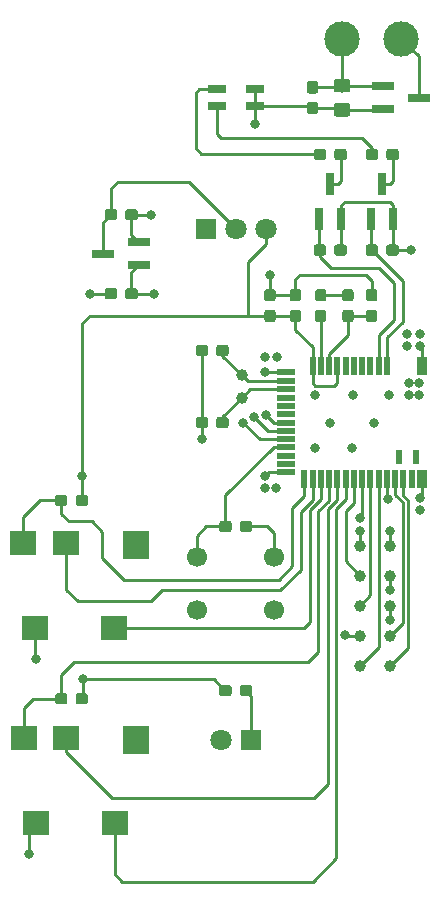
<source format=gbr>
G04 #@! TF.GenerationSoftware,KiCad,Pcbnew,5.0.0-fee4fd1~66~ubuntu16.04.1*
G04 #@! TF.CreationDate,2018-09-26T19:07:44+05:30*
G04 #@! TF.ProjectId,senseBeRx_rev1,73656E7365426552785F726576312E6B,rev?*
G04 #@! TF.SameCoordinates,Original*
G04 #@! TF.FileFunction,Copper,L1,Top,Signal*
G04 #@! TF.FilePolarity,Positive*
%FSLAX46Y46*%
G04 Gerber Fmt 4.6, Leading zero omitted, Abs format (unit mm)*
G04 Created by KiCad (PCBNEW 5.0.0-fee4fd1~66~ubuntu16.04.1) date Wed Sep 26 19:07:44 2018*
%MOMM*%
%LPD*%
G01*
G04 APERTURE LIST*
G04 #@! TA.AperFunction,ConnectorPad*
%ADD10C,1.000000*%
G04 #@! TD*
G04 #@! TA.AperFunction,ComponentPad*
%ADD11C,3.000000*%
G04 #@! TD*
G04 #@! TA.AperFunction,SMDPad,CuDef*
%ADD12R,2.200000X2.000000*%
G04 #@! TD*
G04 #@! TA.AperFunction,SMDPad,CuDef*
%ADD13R,2.200000X2.400000*%
G04 #@! TD*
G04 #@! TA.AperFunction,Conductor*
%ADD14C,0.100000*%
G04 #@! TD*
G04 #@! TA.AperFunction,SMDPad,CuDef*
%ADD15C,0.950000*%
G04 #@! TD*
G04 #@! TA.AperFunction,SMDPad,CuDef*
%ADD16R,1.600000X0.800000*%
G04 #@! TD*
G04 #@! TA.AperFunction,ComponentPad*
%ADD17R,1.800000X1.800000*%
G04 #@! TD*
G04 #@! TA.AperFunction,ComponentPad*
%ADD18C,1.800000*%
G04 #@! TD*
G04 #@! TA.AperFunction,SMDPad,CuDef*
%ADD19R,1.900000X0.800000*%
G04 #@! TD*
G04 #@! TA.AperFunction,SMDPad,CuDef*
%ADD20R,0.800000X1.900000*%
G04 #@! TD*
G04 #@! TA.AperFunction,ComponentPad*
%ADD21C,1.700000*%
G04 #@! TD*
G04 #@! TA.AperFunction,SMDPad,CuDef*
%ADD22R,0.500000X1.200000*%
G04 #@! TD*
G04 #@! TA.AperFunction,SMDPad,CuDef*
%ADD23R,0.900000X1.600000*%
G04 #@! TD*
G04 #@! TA.AperFunction,SMDPad,CuDef*
%ADD24R,0.500000X1.600000*%
G04 #@! TD*
G04 #@! TA.AperFunction,SMDPad,CuDef*
%ADD25R,1.600000X0.500000*%
G04 #@! TD*
G04 #@! TA.AperFunction,ComponentPad*
%ADD26C,1.000000*%
G04 #@! TD*
G04 #@! TA.AperFunction,SMDPad,CuDef*
%ADD27C,1.150000*%
G04 #@! TD*
G04 #@! TA.AperFunction,ViaPad*
%ADD28C,0.800000*%
G04 #@! TD*
G04 #@! TA.AperFunction,Conductor*
%ADD29C,0.250000*%
G04 #@! TD*
G04 APERTURE END LIST*
D10*
G04 #@! TO.P,P1,1*
G04 #@! TO.N,/SWDIO*
X133070000Y-130580000D03*
G04 #@! TO.P,P1,3*
G04 #@! TO.N,/SWDCLK*
X133070000Y-128040000D03*
G04 #@! TO.P,P1,5*
G04 #@! TO.N,/RESET*
X133070000Y-125500000D03*
G04 #@! TO.P,P1,7*
G04 #@! TO.N,/GPIO2*
X133070000Y-122960000D03*
G04 #@! TO.P,P1,9*
G04 #@! TO.N,GND*
X133070000Y-120420000D03*
G04 #@! TO.P,P1,10*
X130530000Y-120420000D03*
G04 #@! TO.P,P1,8*
G04 #@! TO.N,/RX*
X130530000Y-122960000D03*
G04 #@! TO.P,P1,6*
G04 #@! TO.N,/GPIO1*
X130530000Y-125500000D03*
G04 #@! TO.P,P1,4*
G04 #@! TO.N,VDD*
X130530000Y-128040000D03*
G04 #@! TO.P,P1,2*
G04 #@! TO.N,/TX*
X130530000Y-130580000D03*
G04 #@! TD*
D11*
G04 #@! TO.P,BT1,1*
G04 #@! TO.N,Net-(BT1-Pad1)*
X134000000Y-77500000D03*
G04 #@! TO.P,BT1,2*
G04 #@! TO.N,GND*
X129000000Y-77500000D03*
G04 #@! TD*
D12*
G04 #@! TO.P,J2,1*
G04 #@! TO.N,GND*
X103050000Y-143870000D03*
G04 #@! TO.P,J2,2*
G04 #@! TO.N,/RX_UARTTX*
X109750000Y-143870000D03*
G04 #@! TO.P,J2,4*
G04 #@! TO.N,/UART_JACK*
X102050000Y-136670000D03*
G04 #@! TO.P,J2,3*
G04 #@! TO.N,/RX_UARTRX*
X105650000Y-136670000D03*
D13*
G04 #@! TO.P,J2,10*
G04 #@! TO.N,Net-(J2-Pad10)*
X111550000Y-136870000D03*
G04 #@! TD*
D14*
G04 #@! TO.N,VDD*
G04 #@! TO.C,R9*
G36*
X107285779Y-132926144D02*
X107308834Y-132929563D01*
X107331443Y-132935227D01*
X107353387Y-132943079D01*
X107374457Y-132953044D01*
X107394448Y-132965026D01*
X107413168Y-132978910D01*
X107430438Y-132994562D01*
X107446090Y-133011832D01*
X107459974Y-133030552D01*
X107471956Y-133050543D01*
X107481921Y-133071613D01*
X107489773Y-133093557D01*
X107495437Y-133116166D01*
X107498856Y-133139221D01*
X107500000Y-133162500D01*
X107500000Y-133637500D01*
X107498856Y-133660779D01*
X107495437Y-133683834D01*
X107489773Y-133706443D01*
X107481921Y-133728387D01*
X107471956Y-133749457D01*
X107459974Y-133769448D01*
X107446090Y-133788168D01*
X107430438Y-133805438D01*
X107413168Y-133821090D01*
X107394448Y-133834974D01*
X107374457Y-133846956D01*
X107353387Y-133856921D01*
X107331443Y-133864773D01*
X107308834Y-133870437D01*
X107285779Y-133873856D01*
X107262500Y-133875000D01*
X106687500Y-133875000D01*
X106664221Y-133873856D01*
X106641166Y-133870437D01*
X106618557Y-133864773D01*
X106596613Y-133856921D01*
X106575543Y-133846956D01*
X106555552Y-133834974D01*
X106536832Y-133821090D01*
X106519562Y-133805438D01*
X106503910Y-133788168D01*
X106490026Y-133769448D01*
X106478044Y-133749457D01*
X106468079Y-133728387D01*
X106460227Y-133706443D01*
X106454563Y-133683834D01*
X106451144Y-133660779D01*
X106450000Y-133637500D01*
X106450000Y-133162500D01*
X106451144Y-133139221D01*
X106454563Y-133116166D01*
X106460227Y-133093557D01*
X106468079Y-133071613D01*
X106478044Y-133050543D01*
X106490026Y-133030552D01*
X106503910Y-133011832D01*
X106519562Y-132994562D01*
X106536832Y-132978910D01*
X106555552Y-132965026D01*
X106575543Y-132953044D01*
X106596613Y-132943079D01*
X106618557Y-132935227D01*
X106641166Y-132929563D01*
X106664221Y-132926144D01*
X106687500Y-132925000D01*
X107262500Y-132925000D01*
X107285779Y-132926144D01*
X107285779Y-132926144D01*
G37*
D15*
G04 #@! TD*
G04 #@! TO.P,R9,1*
G04 #@! TO.N,VDD*
X106975000Y-133400000D03*
D14*
G04 #@! TO.N,/UART_JACK*
G04 #@! TO.C,R9*
G36*
X105535779Y-132926144D02*
X105558834Y-132929563D01*
X105581443Y-132935227D01*
X105603387Y-132943079D01*
X105624457Y-132953044D01*
X105644448Y-132965026D01*
X105663168Y-132978910D01*
X105680438Y-132994562D01*
X105696090Y-133011832D01*
X105709974Y-133030552D01*
X105721956Y-133050543D01*
X105731921Y-133071613D01*
X105739773Y-133093557D01*
X105745437Y-133116166D01*
X105748856Y-133139221D01*
X105750000Y-133162500D01*
X105750000Y-133637500D01*
X105748856Y-133660779D01*
X105745437Y-133683834D01*
X105739773Y-133706443D01*
X105731921Y-133728387D01*
X105721956Y-133749457D01*
X105709974Y-133769448D01*
X105696090Y-133788168D01*
X105680438Y-133805438D01*
X105663168Y-133821090D01*
X105644448Y-133834974D01*
X105624457Y-133846956D01*
X105603387Y-133856921D01*
X105581443Y-133864773D01*
X105558834Y-133870437D01*
X105535779Y-133873856D01*
X105512500Y-133875000D01*
X104937500Y-133875000D01*
X104914221Y-133873856D01*
X104891166Y-133870437D01*
X104868557Y-133864773D01*
X104846613Y-133856921D01*
X104825543Y-133846956D01*
X104805552Y-133834974D01*
X104786832Y-133821090D01*
X104769562Y-133805438D01*
X104753910Y-133788168D01*
X104740026Y-133769448D01*
X104728044Y-133749457D01*
X104718079Y-133728387D01*
X104710227Y-133706443D01*
X104704563Y-133683834D01*
X104701144Y-133660779D01*
X104700000Y-133637500D01*
X104700000Y-133162500D01*
X104701144Y-133139221D01*
X104704563Y-133116166D01*
X104710227Y-133093557D01*
X104718079Y-133071613D01*
X104728044Y-133050543D01*
X104740026Y-133030552D01*
X104753910Y-133011832D01*
X104769562Y-132994562D01*
X104786832Y-132978910D01*
X104805552Y-132965026D01*
X104825543Y-132953044D01*
X104846613Y-132943079D01*
X104868557Y-132935227D01*
X104891166Y-132929563D01*
X104914221Y-132926144D01*
X104937500Y-132925000D01*
X105512500Y-132925000D01*
X105535779Y-132926144D01*
X105535779Y-132926144D01*
G37*
D15*
G04 #@! TD*
G04 #@! TO.P,R9,2*
G04 #@! TO.N,/UART_JACK*
X105225000Y-133400000D03*
D13*
G04 #@! TO.P,J1,10*
G04 #@! TO.N,Net-(J1-Pad10)*
X111530000Y-120370000D03*
D12*
G04 #@! TO.P,J1,3*
G04 #@! TO.N,/FOCUS*
X105630000Y-120170000D03*
G04 #@! TO.P,J1,4*
G04 #@! TO.N,/CAM_JACK*
X102030000Y-120170000D03*
G04 #@! TO.P,J1,2*
G04 #@! TO.N,/TRIGGER*
X109730000Y-127370000D03*
G04 #@! TO.P,J1,1*
G04 #@! TO.N,GND*
X103030000Y-127370000D03*
G04 #@! TD*
D16*
G04 #@! TO.P,D1,2*
G04 #@! TO.N,Net-(D1-Pad2)*
X118400000Y-81800000D03*
G04 #@! TO.P,D1,1*
G04 #@! TO.N,VDD*
X121600000Y-81800000D03*
G04 #@! TO.P,D1,3*
X121600000Y-83200000D03*
G04 #@! TO.P,D1,4*
G04 #@! TO.N,Net-(D1-Pad4)*
X118400000Y-83200000D03*
G04 #@! TD*
D17*
G04 #@! TO.P,D2,1*
G04 #@! TO.N,/LIGHT_SENSE*
X121300000Y-136900000D03*
D18*
G04 #@! TO.P,D2,2*
G04 #@! TO.N,GND*
X118760000Y-136900000D03*
G04 #@! TD*
D19*
G04 #@! TO.P,Q1,1*
G04 #@! TO.N,GND*
X132500000Y-81550000D03*
G04 #@! TO.P,Q1,2*
G04 #@! TO.N,VDD*
X132500000Y-83450000D03*
G04 #@! TO.P,Q1,3*
G04 #@! TO.N,Net-(BT1-Pad1)*
X135500000Y-82500000D03*
G04 #@! TD*
D20*
G04 #@! TO.P,Q2,1*
G04 #@! TO.N,/LED_GREEN*
X131450000Y-92800000D03*
G04 #@! TO.P,Q2,2*
G04 #@! TO.N,GND*
X133350000Y-92800000D03*
G04 #@! TO.P,Q2,3*
G04 #@! TO.N,Net-(Q2-Pad3)*
X132400000Y-89800000D03*
G04 #@! TD*
G04 #@! TO.P,Q3,3*
G04 #@! TO.N,Net-(Q3-Pad3)*
X128000000Y-89800000D03*
G04 #@! TO.P,Q3,2*
G04 #@! TO.N,GND*
X128950000Y-92800000D03*
G04 #@! TO.P,Q3,1*
G04 #@! TO.N,/LED_RED*
X127050000Y-92800000D03*
G04 #@! TD*
D19*
G04 #@! TO.P,Q4,3*
G04 #@! TO.N,Net-(Q4-Pad3)*
X108800000Y-95700000D03*
G04 #@! TO.P,Q4,2*
G04 #@! TO.N,GND*
X111800000Y-94750000D03*
G04 #@! TO.P,Q4,1*
G04 #@! TO.N,/RX_EN*
X111800000Y-96650000D03*
G04 #@! TD*
D21*
G04 #@! TO.P,SW1,4*
G04 #@! TO.N,/BUTTON*
X116700000Y-121400000D03*
G04 #@! TO.P,SW1,3*
G04 #@! TO.N,GND*
X123200000Y-121400000D03*
G04 #@! TO.P,SW1,2*
G04 #@! TO.N,Net-(SW1-Pad2)*
X116700000Y-125900000D03*
G04 #@! TO.P,SW1,1*
G04 #@! TO.N,Net-(SW1-Pad1)*
X123200000Y-125900000D03*
G04 #@! TD*
D22*
G04 #@! TO.P,U1,41*
G04 #@! TO.N,Net-(U1-Pad41)*
X133850000Y-112900000D03*
G04 #@! TO.P,U1,40*
G04 #@! TO.N,Net-(U1-Pad40)*
X135250000Y-112900000D03*
D23*
G04 #@! TO.P,U1,39*
G04 #@! TO.N,GND*
X135800000Y-114750000D03*
D24*
G04 #@! TO.P,U1,38*
G04 #@! TO.N,Net-(U1-Pad38)*
X134900000Y-114750000D03*
G04 #@! TO.P,U1,37*
G04 #@! TO.N,/SWDIO*
X134200000Y-114750000D03*
G04 #@! TO.P,U1,36*
G04 #@! TO.N,/SWDCLK*
X133500000Y-114750000D03*
G04 #@! TO.P,U1,35*
G04 #@! TO.N,/RESET*
X132800000Y-114750000D03*
G04 #@! TO.P,U1,34*
G04 #@! TO.N,/TX*
X132100000Y-114750000D03*
G04 #@! TO.P,U1,33*
G04 #@! TO.N,/GPIO1*
X131400000Y-114750000D03*
G04 #@! TO.P,U1,32*
G04 #@! TO.N,/GPIO2*
X130700000Y-114750000D03*
G04 #@! TO.P,U1,31*
G04 #@! TO.N,/RX*
X130000000Y-114750000D03*
G04 #@! TO.P,U1,30*
G04 #@! TO.N,/RX_UARTTX*
X129300000Y-114750000D03*
G04 #@! TO.P,U1,29*
G04 #@! TO.N,/RX_UARTRX*
X128600000Y-114750000D03*
G04 #@! TO.P,U1,28*
G04 #@! TO.N,/UART_JACK*
X127900000Y-114750000D03*
G04 #@! TO.P,U1,27*
G04 #@! TO.N,/TRIGGER*
X127200000Y-114750000D03*
G04 #@! TO.P,U1,26*
G04 #@! TO.N,/FOCUS*
X126500000Y-114750000D03*
G04 #@! TO.P,U1,25*
G04 #@! TO.N,/CAM_JACK*
X125800000Y-114750000D03*
D25*
G04 #@! TO.P,U1,24*
G04 #@! TO.N,GND*
X124250000Y-114200000D03*
G04 #@! TO.P,U1,23*
G04 #@! TO.N,Net-(U1-Pad23)*
X124250000Y-113500000D03*
G04 #@! TO.P,U1,22*
G04 #@! TO.N,Net-(U1-Pad22)*
X124250000Y-112800000D03*
G04 #@! TO.P,U1,21*
G04 #@! TO.N,/BUTTON*
X124250000Y-112100000D03*
G04 #@! TO.P,U1,20*
G04 #@! TO.N,/RX_EN*
X124250000Y-111400000D03*
G04 #@! TO.P,U1,19*
G04 #@! TO.N,/RX_OUT*
X124250000Y-110700000D03*
G04 #@! TO.P,U1,18*
G04 #@! TO.N,/LIGHT_SENSE*
X124250000Y-110000000D03*
G04 #@! TO.P,U1,17*
G04 #@! TO.N,Net-(U1-Pad17)*
X124250000Y-109300000D03*
G04 #@! TO.P,U1,16*
G04 #@! TO.N,Net-(U1-Pad16)*
X124250000Y-108600000D03*
G04 #@! TO.P,U1,15*
G04 #@! TO.N,Net-(U1-Pad15)*
X124250000Y-107900000D03*
G04 #@! TO.P,U1,14*
G04 #@! TO.N,/LFCLK_XL2*
X124250000Y-107200000D03*
G04 #@! TO.P,U1,13*
G04 #@! TO.N,/LFCLK_XL1*
X124250000Y-106500000D03*
D24*
G04 #@! TO.P,U1,11*
G04 #@! TO.N,VDD*
X126500000Y-105250000D03*
G04 #@! TO.P,U1,10*
G04 #@! TO.N,/DCC*
X127200000Y-105250000D03*
G04 #@! TO.P,U1,9*
G04 #@! TO.N,/DEC4*
X127900000Y-105250000D03*
G04 #@! TO.P,U1,8*
G04 #@! TO.N,VDD*
X128600000Y-105250000D03*
G04 #@! TO.P,U1,7*
G04 #@! TO.N,Net-(U1-Pad7)*
X129300000Y-105250000D03*
G04 #@! TO.P,U1,6*
G04 #@! TO.N,Net-(U1-Pad6)*
X130000000Y-105250000D03*
G04 #@! TO.P,U1,5*
G04 #@! TO.N,Net-(U1-Pad5)*
X130700000Y-105250000D03*
G04 #@! TO.P,U1,4*
G04 #@! TO.N,Net-(U1-Pad4)*
X131400000Y-105250000D03*
G04 #@! TO.P,U1,3*
G04 #@! TO.N,/LED_RED*
X132100000Y-105250000D03*
D23*
G04 #@! TO.P,U1,1*
G04 #@! TO.N,GND*
X135800000Y-105250000D03*
D24*
G04 #@! TO.P,U1,2*
G04 #@! TO.N,/LED_GREEN*
X132800000Y-105250000D03*
D25*
G04 #@! TO.P,U1,12*
G04 #@! TO.N,GND*
X124250000Y-105700000D03*
G04 #@! TD*
D26*
G04 #@! TO.P,Y1,1*
G04 #@! TO.N,/LFCLK_XL1*
X120500000Y-106000000D03*
G04 #@! TO.P,Y1,2*
G04 #@! TO.N,/LFCLK_XL2*
X120500000Y-107900000D03*
G04 #@! TD*
D14*
G04 #@! TO.N,GND*
G04 #@! TO.C,C1*
G36*
X131760779Y-98701144D02*
X131783834Y-98704563D01*
X131806443Y-98710227D01*
X131828387Y-98718079D01*
X131849457Y-98728044D01*
X131869448Y-98740026D01*
X131888168Y-98753910D01*
X131905438Y-98769562D01*
X131921090Y-98786832D01*
X131934974Y-98805552D01*
X131946956Y-98825543D01*
X131956921Y-98846613D01*
X131964773Y-98868557D01*
X131970437Y-98891166D01*
X131973856Y-98914221D01*
X131975000Y-98937500D01*
X131975000Y-99512500D01*
X131973856Y-99535779D01*
X131970437Y-99558834D01*
X131964773Y-99581443D01*
X131956921Y-99603387D01*
X131946956Y-99624457D01*
X131934974Y-99644448D01*
X131921090Y-99663168D01*
X131905438Y-99680438D01*
X131888168Y-99696090D01*
X131869448Y-99709974D01*
X131849457Y-99721956D01*
X131828387Y-99731921D01*
X131806443Y-99739773D01*
X131783834Y-99745437D01*
X131760779Y-99748856D01*
X131737500Y-99750000D01*
X131262500Y-99750000D01*
X131239221Y-99748856D01*
X131216166Y-99745437D01*
X131193557Y-99739773D01*
X131171613Y-99731921D01*
X131150543Y-99721956D01*
X131130552Y-99709974D01*
X131111832Y-99696090D01*
X131094562Y-99680438D01*
X131078910Y-99663168D01*
X131065026Y-99644448D01*
X131053044Y-99624457D01*
X131043079Y-99603387D01*
X131035227Y-99581443D01*
X131029563Y-99558834D01*
X131026144Y-99535779D01*
X131025000Y-99512500D01*
X131025000Y-98937500D01*
X131026144Y-98914221D01*
X131029563Y-98891166D01*
X131035227Y-98868557D01*
X131043079Y-98846613D01*
X131053044Y-98825543D01*
X131065026Y-98805552D01*
X131078910Y-98786832D01*
X131094562Y-98769562D01*
X131111832Y-98753910D01*
X131130552Y-98740026D01*
X131150543Y-98728044D01*
X131171613Y-98718079D01*
X131193557Y-98710227D01*
X131216166Y-98704563D01*
X131239221Y-98701144D01*
X131262500Y-98700000D01*
X131737500Y-98700000D01*
X131760779Y-98701144D01*
X131760779Y-98701144D01*
G37*
D15*
G04 #@! TD*
G04 #@! TO.P,C1,1*
G04 #@! TO.N,GND*
X131500000Y-99225000D03*
D14*
G04 #@! TO.N,/DEC4*
G04 #@! TO.C,C1*
G36*
X131760779Y-100451144D02*
X131783834Y-100454563D01*
X131806443Y-100460227D01*
X131828387Y-100468079D01*
X131849457Y-100478044D01*
X131869448Y-100490026D01*
X131888168Y-100503910D01*
X131905438Y-100519562D01*
X131921090Y-100536832D01*
X131934974Y-100555552D01*
X131946956Y-100575543D01*
X131956921Y-100596613D01*
X131964773Y-100618557D01*
X131970437Y-100641166D01*
X131973856Y-100664221D01*
X131975000Y-100687500D01*
X131975000Y-101262500D01*
X131973856Y-101285779D01*
X131970437Y-101308834D01*
X131964773Y-101331443D01*
X131956921Y-101353387D01*
X131946956Y-101374457D01*
X131934974Y-101394448D01*
X131921090Y-101413168D01*
X131905438Y-101430438D01*
X131888168Y-101446090D01*
X131869448Y-101459974D01*
X131849457Y-101471956D01*
X131828387Y-101481921D01*
X131806443Y-101489773D01*
X131783834Y-101495437D01*
X131760779Y-101498856D01*
X131737500Y-101500000D01*
X131262500Y-101500000D01*
X131239221Y-101498856D01*
X131216166Y-101495437D01*
X131193557Y-101489773D01*
X131171613Y-101481921D01*
X131150543Y-101471956D01*
X131130552Y-101459974D01*
X131111832Y-101446090D01*
X131094562Y-101430438D01*
X131078910Y-101413168D01*
X131065026Y-101394448D01*
X131053044Y-101374457D01*
X131043079Y-101353387D01*
X131035227Y-101331443D01*
X131029563Y-101308834D01*
X131026144Y-101285779D01*
X131025000Y-101262500D01*
X131025000Y-100687500D01*
X131026144Y-100664221D01*
X131029563Y-100641166D01*
X131035227Y-100618557D01*
X131043079Y-100596613D01*
X131053044Y-100575543D01*
X131065026Y-100555552D01*
X131078910Y-100536832D01*
X131094562Y-100519562D01*
X131111832Y-100503910D01*
X131130552Y-100490026D01*
X131150543Y-100478044D01*
X131171613Y-100468079D01*
X131193557Y-100460227D01*
X131216166Y-100454563D01*
X131239221Y-100451144D01*
X131262500Y-100450000D01*
X131737500Y-100450000D01*
X131760779Y-100451144D01*
X131760779Y-100451144D01*
G37*
D15*
G04 #@! TD*
G04 #@! TO.P,C1,2*
G04 #@! TO.N,/DEC4*
X131500000Y-100975000D03*
D14*
G04 #@! TO.N,VDD*
G04 #@! TO.C,C2*
G36*
X129474505Y-82951204D02*
X129498773Y-82954804D01*
X129522572Y-82960765D01*
X129545671Y-82969030D01*
X129567850Y-82979520D01*
X129588893Y-82992132D01*
X129608599Y-83006747D01*
X129626777Y-83023223D01*
X129643253Y-83041401D01*
X129657868Y-83061107D01*
X129670480Y-83082150D01*
X129680970Y-83104329D01*
X129689235Y-83127428D01*
X129695196Y-83151227D01*
X129698796Y-83175495D01*
X129700000Y-83199999D01*
X129700000Y-83850001D01*
X129698796Y-83874505D01*
X129695196Y-83898773D01*
X129689235Y-83922572D01*
X129680970Y-83945671D01*
X129670480Y-83967850D01*
X129657868Y-83988893D01*
X129643253Y-84008599D01*
X129626777Y-84026777D01*
X129608599Y-84043253D01*
X129588893Y-84057868D01*
X129567850Y-84070480D01*
X129545671Y-84080970D01*
X129522572Y-84089235D01*
X129498773Y-84095196D01*
X129474505Y-84098796D01*
X129450001Y-84100000D01*
X128549999Y-84100000D01*
X128525495Y-84098796D01*
X128501227Y-84095196D01*
X128477428Y-84089235D01*
X128454329Y-84080970D01*
X128432150Y-84070480D01*
X128411107Y-84057868D01*
X128391401Y-84043253D01*
X128373223Y-84026777D01*
X128356747Y-84008599D01*
X128342132Y-83988893D01*
X128329520Y-83967850D01*
X128319030Y-83945671D01*
X128310765Y-83922572D01*
X128304804Y-83898773D01*
X128301204Y-83874505D01*
X128300000Y-83850001D01*
X128300000Y-83199999D01*
X128301204Y-83175495D01*
X128304804Y-83151227D01*
X128310765Y-83127428D01*
X128319030Y-83104329D01*
X128329520Y-83082150D01*
X128342132Y-83061107D01*
X128356747Y-83041401D01*
X128373223Y-83023223D01*
X128391401Y-83006747D01*
X128411107Y-82992132D01*
X128432150Y-82979520D01*
X128454329Y-82969030D01*
X128477428Y-82960765D01*
X128501227Y-82954804D01*
X128525495Y-82951204D01*
X128549999Y-82950000D01*
X129450001Y-82950000D01*
X129474505Y-82951204D01*
X129474505Y-82951204D01*
G37*
D27*
G04 #@! TD*
G04 #@! TO.P,C2,1*
G04 #@! TO.N,VDD*
X129000000Y-83525000D03*
D14*
G04 #@! TO.N,GND*
G04 #@! TO.C,C2*
G36*
X129474505Y-80901204D02*
X129498773Y-80904804D01*
X129522572Y-80910765D01*
X129545671Y-80919030D01*
X129567850Y-80929520D01*
X129588893Y-80942132D01*
X129608599Y-80956747D01*
X129626777Y-80973223D01*
X129643253Y-80991401D01*
X129657868Y-81011107D01*
X129670480Y-81032150D01*
X129680970Y-81054329D01*
X129689235Y-81077428D01*
X129695196Y-81101227D01*
X129698796Y-81125495D01*
X129700000Y-81149999D01*
X129700000Y-81800001D01*
X129698796Y-81824505D01*
X129695196Y-81848773D01*
X129689235Y-81872572D01*
X129680970Y-81895671D01*
X129670480Y-81917850D01*
X129657868Y-81938893D01*
X129643253Y-81958599D01*
X129626777Y-81976777D01*
X129608599Y-81993253D01*
X129588893Y-82007868D01*
X129567850Y-82020480D01*
X129545671Y-82030970D01*
X129522572Y-82039235D01*
X129498773Y-82045196D01*
X129474505Y-82048796D01*
X129450001Y-82050000D01*
X128549999Y-82050000D01*
X128525495Y-82048796D01*
X128501227Y-82045196D01*
X128477428Y-82039235D01*
X128454329Y-82030970D01*
X128432150Y-82020480D01*
X128411107Y-82007868D01*
X128391401Y-81993253D01*
X128373223Y-81976777D01*
X128356747Y-81958599D01*
X128342132Y-81938893D01*
X128329520Y-81917850D01*
X128319030Y-81895671D01*
X128310765Y-81872572D01*
X128304804Y-81848773D01*
X128301204Y-81824505D01*
X128300000Y-81800001D01*
X128300000Y-81149999D01*
X128301204Y-81125495D01*
X128304804Y-81101227D01*
X128310765Y-81077428D01*
X128319030Y-81054329D01*
X128329520Y-81032150D01*
X128342132Y-81011107D01*
X128356747Y-80991401D01*
X128373223Y-80973223D01*
X128391401Y-80956747D01*
X128411107Y-80942132D01*
X128432150Y-80929520D01*
X128454329Y-80919030D01*
X128477428Y-80910765D01*
X128501227Y-80904804D01*
X128525495Y-80901204D01*
X128549999Y-80900000D01*
X129450001Y-80900000D01*
X129474505Y-80901204D01*
X129474505Y-80901204D01*
G37*
D27*
G04 #@! TD*
G04 #@! TO.P,C2,2*
G04 #@! TO.N,GND*
X129000000Y-81475000D03*
D14*
G04 #@! TO.N,GND*
G04 #@! TO.C,C3*
G36*
X125310779Y-98701144D02*
X125333834Y-98704563D01*
X125356443Y-98710227D01*
X125378387Y-98718079D01*
X125399457Y-98728044D01*
X125419448Y-98740026D01*
X125438168Y-98753910D01*
X125455438Y-98769562D01*
X125471090Y-98786832D01*
X125484974Y-98805552D01*
X125496956Y-98825543D01*
X125506921Y-98846613D01*
X125514773Y-98868557D01*
X125520437Y-98891166D01*
X125523856Y-98914221D01*
X125525000Y-98937500D01*
X125525000Y-99512500D01*
X125523856Y-99535779D01*
X125520437Y-99558834D01*
X125514773Y-99581443D01*
X125506921Y-99603387D01*
X125496956Y-99624457D01*
X125484974Y-99644448D01*
X125471090Y-99663168D01*
X125455438Y-99680438D01*
X125438168Y-99696090D01*
X125419448Y-99709974D01*
X125399457Y-99721956D01*
X125378387Y-99731921D01*
X125356443Y-99739773D01*
X125333834Y-99745437D01*
X125310779Y-99748856D01*
X125287500Y-99750000D01*
X124812500Y-99750000D01*
X124789221Y-99748856D01*
X124766166Y-99745437D01*
X124743557Y-99739773D01*
X124721613Y-99731921D01*
X124700543Y-99721956D01*
X124680552Y-99709974D01*
X124661832Y-99696090D01*
X124644562Y-99680438D01*
X124628910Y-99663168D01*
X124615026Y-99644448D01*
X124603044Y-99624457D01*
X124593079Y-99603387D01*
X124585227Y-99581443D01*
X124579563Y-99558834D01*
X124576144Y-99535779D01*
X124575000Y-99512500D01*
X124575000Y-98937500D01*
X124576144Y-98914221D01*
X124579563Y-98891166D01*
X124585227Y-98868557D01*
X124593079Y-98846613D01*
X124603044Y-98825543D01*
X124615026Y-98805552D01*
X124628910Y-98786832D01*
X124644562Y-98769562D01*
X124661832Y-98753910D01*
X124680552Y-98740026D01*
X124700543Y-98728044D01*
X124721613Y-98718079D01*
X124743557Y-98710227D01*
X124766166Y-98704563D01*
X124789221Y-98701144D01*
X124812500Y-98700000D01*
X125287500Y-98700000D01*
X125310779Y-98701144D01*
X125310779Y-98701144D01*
G37*
D15*
G04 #@! TD*
G04 #@! TO.P,C3,1*
G04 #@! TO.N,GND*
X125050000Y-99225000D03*
D14*
G04 #@! TO.N,VDD*
G04 #@! TO.C,C3*
G36*
X125310779Y-100451144D02*
X125333834Y-100454563D01*
X125356443Y-100460227D01*
X125378387Y-100468079D01*
X125399457Y-100478044D01*
X125419448Y-100490026D01*
X125438168Y-100503910D01*
X125455438Y-100519562D01*
X125471090Y-100536832D01*
X125484974Y-100555552D01*
X125496956Y-100575543D01*
X125506921Y-100596613D01*
X125514773Y-100618557D01*
X125520437Y-100641166D01*
X125523856Y-100664221D01*
X125525000Y-100687500D01*
X125525000Y-101262500D01*
X125523856Y-101285779D01*
X125520437Y-101308834D01*
X125514773Y-101331443D01*
X125506921Y-101353387D01*
X125496956Y-101374457D01*
X125484974Y-101394448D01*
X125471090Y-101413168D01*
X125455438Y-101430438D01*
X125438168Y-101446090D01*
X125419448Y-101459974D01*
X125399457Y-101471956D01*
X125378387Y-101481921D01*
X125356443Y-101489773D01*
X125333834Y-101495437D01*
X125310779Y-101498856D01*
X125287500Y-101500000D01*
X124812500Y-101500000D01*
X124789221Y-101498856D01*
X124766166Y-101495437D01*
X124743557Y-101489773D01*
X124721613Y-101481921D01*
X124700543Y-101471956D01*
X124680552Y-101459974D01*
X124661832Y-101446090D01*
X124644562Y-101430438D01*
X124628910Y-101413168D01*
X124615026Y-101394448D01*
X124603044Y-101374457D01*
X124593079Y-101353387D01*
X124585227Y-101331443D01*
X124579563Y-101308834D01*
X124576144Y-101285779D01*
X124575000Y-101262500D01*
X124575000Y-100687500D01*
X124576144Y-100664221D01*
X124579563Y-100641166D01*
X124585227Y-100618557D01*
X124593079Y-100596613D01*
X124603044Y-100575543D01*
X124615026Y-100555552D01*
X124628910Y-100536832D01*
X124644562Y-100519562D01*
X124661832Y-100503910D01*
X124680552Y-100490026D01*
X124700543Y-100478044D01*
X124721613Y-100468079D01*
X124743557Y-100460227D01*
X124766166Y-100454563D01*
X124789221Y-100451144D01*
X124812500Y-100450000D01*
X125287500Y-100450000D01*
X125310779Y-100451144D01*
X125310779Y-100451144D01*
G37*
D15*
G04 #@! TD*
G04 #@! TO.P,C3,2*
G04 #@! TO.N,VDD*
X125050000Y-100975000D03*
D14*
G04 #@! TO.N,/LFCLK_XL1*
G04 #@! TO.C,C4*
G36*
X119185779Y-103426144D02*
X119208834Y-103429563D01*
X119231443Y-103435227D01*
X119253387Y-103443079D01*
X119274457Y-103453044D01*
X119294448Y-103465026D01*
X119313168Y-103478910D01*
X119330438Y-103494562D01*
X119346090Y-103511832D01*
X119359974Y-103530552D01*
X119371956Y-103550543D01*
X119381921Y-103571613D01*
X119389773Y-103593557D01*
X119395437Y-103616166D01*
X119398856Y-103639221D01*
X119400000Y-103662500D01*
X119400000Y-104137500D01*
X119398856Y-104160779D01*
X119395437Y-104183834D01*
X119389773Y-104206443D01*
X119381921Y-104228387D01*
X119371956Y-104249457D01*
X119359974Y-104269448D01*
X119346090Y-104288168D01*
X119330438Y-104305438D01*
X119313168Y-104321090D01*
X119294448Y-104334974D01*
X119274457Y-104346956D01*
X119253387Y-104356921D01*
X119231443Y-104364773D01*
X119208834Y-104370437D01*
X119185779Y-104373856D01*
X119162500Y-104375000D01*
X118587500Y-104375000D01*
X118564221Y-104373856D01*
X118541166Y-104370437D01*
X118518557Y-104364773D01*
X118496613Y-104356921D01*
X118475543Y-104346956D01*
X118455552Y-104334974D01*
X118436832Y-104321090D01*
X118419562Y-104305438D01*
X118403910Y-104288168D01*
X118390026Y-104269448D01*
X118378044Y-104249457D01*
X118368079Y-104228387D01*
X118360227Y-104206443D01*
X118354563Y-104183834D01*
X118351144Y-104160779D01*
X118350000Y-104137500D01*
X118350000Y-103662500D01*
X118351144Y-103639221D01*
X118354563Y-103616166D01*
X118360227Y-103593557D01*
X118368079Y-103571613D01*
X118378044Y-103550543D01*
X118390026Y-103530552D01*
X118403910Y-103511832D01*
X118419562Y-103494562D01*
X118436832Y-103478910D01*
X118455552Y-103465026D01*
X118475543Y-103453044D01*
X118496613Y-103443079D01*
X118518557Y-103435227D01*
X118541166Y-103429563D01*
X118564221Y-103426144D01*
X118587500Y-103425000D01*
X119162500Y-103425000D01*
X119185779Y-103426144D01*
X119185779Y-103426144D01*
G37*
D15*
G04 #@! TD*
G04 #@! TO.P,C4,2*
G04 #@! TO.N,/LFCLK_XL1*
X118875000Y-103900000D03*
D14*
G04 #@! TO.N,GND*
G04 #@! TO.C,C4*
G36*
X117435779Y-103426144D02*
X117458834Y-103429563D01*
X117481443Y-103435227D01*
X117503387Y-103443079D01*
X117524457Y-103453044D01*
X117544448Y-103465026D01*
X117563168Y-103478910D01*
X117580438Y-103494562D01*
X117596090Y-103511832D01*
X117609974Y-103530552D01*
X117621956Y-103550543D01*
X117631921Y-103571613D01*
X117639773Y-103593557D01*
X117645437Y-103616166D01*
X117648856Y-103639221D01*
X117650000Y-103662500D01*
X117650000Y-104137500D01*
X117648856Y-104160779D01*
X117645437Y-104183834D01*
X117639773Y-104206443D01*
X117631921Y-104228387D01*
X117621956Y-104249457D01*
X117609974Y-104269448D01*
X117596090Y-104288168D01*
X117580438Y-104305438D01*
X117563168Y-104321090D01*
X117544448Y-104334974D01*
X117524457Y-104346956D01*
X117503387Y-104356921D01*
X117481443Y-104364773D01*
X117458834Y-104370437D01*
X117435779Y-104373856D01*
X117412500Y-104375000D01*
X116837500Y-104375000D01*
X116814221Y-104373856D01*
X116791166Y-104370437D01*
X116768557Y-104364773D01*
X116746613Y-104356921D01*
X116725543Y-104346956D01*
X116705552Y-104334974D01*
X116686832Y-104321090D01*
X116669562Y-104305438D01*
X116653910Y-104288168D01*
X116640026Y-104269448D01*
X116628044Y-104249457D01*
X116618079Y-104228387D01*
X116610227Y-104206443D01*
X116604563Y-104183834D01*
X116601144Y-104160779D01*
X116600000Y-104137500D01*
X116600000Y-103662500D01*
X116601144Y-103639221D01*
X116604563Y-103616166D01*
X116610227Y-103593557D01*
X116618079Y-103571613D01*
X116628044Y-103550543D01*
X116640026Y-103530552D01*
X116653910Y-103511832D01*
X116669562Y-103494562D01*
X116686832Y-103478910D01*
X116705552Y-103465026D01*
X116725543Y-103453044D01*
X116746613Y-103443079D01*
X116768557Y-103435227D01*
X116791166Y-103429563D01*
X116814221Y-103426144D01*
X116837500Y-103425000D01*
X117412500Y-103425000D01*
X117435779Y-103426144D01*
X117435779Y-103426144D01*
G37*
D15*
G04 #@! TD*
G04 #@! TO.P,C4,1*
G04 #@! TO.N,GND*
X117125000Y-103900000D03*
D14*
G04 #@! TO.N,VDD*
G04 #@! TO.C,C5*
G36*
X123160779Y-100451144D02*
X123183834Y-100454563D01*
X123206443Y-100460227D01*
X123228387Y-100468079D01*
X123249457Y-100478044D01*
X123269448Y-100490026D01*
X123288168Y-100503910D01*
X123305438Y-100519562D01*
X123321090Y-100536832D01*
X123334974Y-100555552D01*
X123346956Y-100575543D01*
X123356921Y-100596613D01*
X123364773Y-100618557D01*
X123370437Y-100641166D01*
X123373856Y-100664221D01*
X123375000Y-100687500D01*
X123375000Y-101262500D01*
X123373856Y-101285779D01*
X123370437Y-101308834D01*
X123364773Y-101331443D01*
X123356921Y-101353387D01*
X123346956Y-101374457D01*
X123334974Y-101394448D01*
X123321090Y-101413168D01*
X123305438Y-101430438D01*
X123288168Y-101446090D01*
X123269448Y-101459974D01*
X123249457Y-101471956D01*
X123228387Y-101481921D01*
X123206443Y-101489773D01*
X123183834Y-101495437D01*
X123160779Y-101498856D01*
X123137500Y-101500000D01*
X122662500Y-101500000D01*
X122639221Y-101498856D01*
X122616166Y-101495437D01*
X122593557Y-101489773D01*
X122571613Y-101481921D01*
X122550543Y-101471956D01*
X122530552Y-101459974D01*
X122511832Y-101446090D01*
X122494562Y-101430438D01*
X122478910Y-101413168D01*
X122465026Y-101394448D01*
X122453044Y-101374457D01*
X122443079Y-101353387D01*
X122435227Y-101331443D01*
X122429563Y-101308834D01*
X122426144Y-101285779D01*
X122425000Y-101262500D01*
X122425000Y-100687500D01*
X122426144Y-100664221D01*
X122429563Y-100641166D01*
X122435227Y-100618557D01*
X122443079Y-100596613D01*
X122453044Y-100575543D01*
X122465026Y-100555552D01*
X122478910Y-100536832D01*
X122494562Y-100519562D01*
X122511832Y-100503910D01*
X122530552Y-100490026D01*
X122550543Y-100478044D01*
X122571613Y-100468079D01*
X122593557Y-100460227D01*
X122616166Y-100454563D01*
X122639221Y-100451144D01*
X122662500Y-100450000D01*
X123137500Y-100450000D01*
X123160779Y-100451144D01*
X123160779Y-100451144D01*
G37*
D15*
G04 #@! TD*
G04 #@! TO.P,C5,2*
G04 #@! TO.N,VDD*
X122900000Y-100975000D03*
D14*
G04 #@! TO.N,GND*
G04 #@! TO.C,C5*
G36*
X123160779Y-98701144D02*
X123183834Y-98704563D01*
X123206443Y-98710227D01*
X123228387Y-98718079D01*
X123249457Y-98728044D01*
X123269448Y-98740026D01*
X123288168Y-98753910D01*
X123305438Y-98769562D01*
X123321090Y-98786832D01*
X123334974Y-98805552D01*
X123346956Y-98825543D01*
X123356921Y-98846613D01*
X123364773Y-98868557D01*
X123370437Y-98891166D01*
X123373856Y-98914221D01*
X123375000Y-98937500D01*
X123375000Y-99512500D01*
X123373856Y-99535779D01*
X123370437Y-99558834D01*
X123364773Y-99581443D01*
X123356921Y-99603387D01*
X123346956Y-99624457D01*
X123334974Y-99644448D01*
X123321090Y-99663168D01*
X123305438Y-99680438D01*
X123288168Y-99696090D01*
X123269448Y-99709974D01*
X123249457Y-99721956D01*
X123228387Y-99731921D01*
X123206443Y-99739773D01*
X123183834Y-99745437D01*
X123160779Y-99748856D01*
X123137500Y-99750000D01*
X122662500Y-99750000D01*
X122639221Y-99748856D01*
X122616166Y-99745437D01*
X122593557Y-99739773D01*
X122571613Y-99731921D01*
X122550543Y-99721956D01*
X122530552Y-99709974D01*
X122511832Y-99696090D01*
X122494562Y-99680438D01*
X122478910Y-99663168D01*
X122465026Y-99644448D01*
X122453044Y-99624457D01*
X122443079Y-99603387D01*
X122435227Y-99581443D01*
X122429563Y-99558834D01*
X122426144Y-99535779D01*
X122425000Y-99512500D01*
X122425000Y-98937500D01*
X122426144Y-98914221D01*
X122429563Y-98891166D01*
X122435227Y-98868557D01*
X122443079Y-98846613D01*
X122453044Y-98825543D01*
X122465026Y-98805552D01*
X122478910Y-98786832D01*
X122494562Y-98769562D01*
X122511832Y-98753910D01*
X122530552Y-98740026D01*
X122550543Y-98728044D01*
X122571613Y-98718079D01*
X122593557Y-98710227D01*
X122616166Y-98704563D01*
X122639221Y-98701144D01*
X122662500Y-98700000D01*
X123137500Y-98700000D01*
X123160779Y-98701144D01*
X123160779Y-98701144D01*
G37*
D15*
G04 #@! TD*
G04 #@! TO.P,C5,1*
G04 #@! TO.N,GND*
X122900000Y-99225000D03*
D14*
G04 #@! TO.N,GND*
G04 #@! TO.C,C6*
G36*
X117435779Y-109526144D02*
X117458834Y-109529563D01*
X117481443Y-109535227D01*
X117503387Y-109543079D01*
X117524457Y-109553044D01*
X117544448Y-109565026D01*
X117563168Y-109578910D01*
X117580438Y-109594562D01*
X117596090Y-109611832D01*
X117609974Y-109630552D01*
X117621956Y-109650543D01*
X117631921Y-109671613D01*
X117639773Y-109693557D01*
X117645437Y-109716166D01*
X117648856Y-109739221D01*
X117650000Y-109762500D01*
X117650000Y-110237500D01*
X117648856Y-110260779D01*
X117645437Y-110283834D01*
X117639773Y-110306443D01*
X117631921Y-110328387D01*
X117621956Y-110349457D01*
X117609974Y-110369448D01*
X117596090Y-110388168D01*
X117580438Y-110405438D01*
X117563168Y-110421090D01*
X117544448Y-110434974D01*
X117524457Y-110446956D01*
X117503387Y-110456921D01*
X117481443Y-110464773D01*
X117458834Y-110470437D01*
X117435779Y-110473856D01*
X117412500Y-110475000D01*
X116837500Y-110475000D01*
X116814221Y-110473856D01*
X116791166Y-110470437D01*
X116768557Y-110464773D01*
X116746613Y-110456921D01*
X116725543Y-110446956D01*
X116705552Y-110434974D01*
X116686832Y-110421090D01*
X116669562Y-110405438D01*
X116653910Y-110388168D01*
X116640026Y-110369448D01*
X116628044Y-110349457D01*
X116618079Y-110328387D01*
X116610227Y-110306443D01*
X116604563Y-110283834D01*
X116601144Y-110260779D01*
X116600000Y-110237500D01*
X116600000Y-109762500D01*
X116601144Y-109739221D01*
X116604563Y-109716166D01*
X116610227Y-109693557D01*
X116618079Y-109671613D01*
X116628044Y-109650543D01*
X116640026Y-109630552D01*
X116653910Y-109611832D01*
X116669562Y-109594562D01*
X116686832Y-109578910D01*
X116705552Y-109565026D01*
X116725543Y-109553044D01*
X116746613Y-109543079D01*
X116768557Y-109535227D01*
X116791166Y-109529563D01*
X116814221Y-109526144D01*
X116837500Y-109525000D01*
X117412500Y-109525000D01*
X117435779Y-109526144D01*
X117435779Y-109526144D01*
G37*
D15*
G04 #@! TD*
G04 #@! TO.P,C6,1*
G04 #@! TO.N,GND*
X117125000Y-110000000D03*
D14*
G04 #@! TO.N,/LFCLK_XL2*
G04 #@! TO.C,C6*
G36*
X119185779Y-109526144D02*
X119208834Y-109529563D01*
X119231443Y-109535227D01*
X119253387Y-109543079D01*
X119274457Y-109553044D01*
X119294448Y-109565026D01*
X119313168Y-109578910D01*
X119330438Y-109594562D01*
X119346090Y-109611832D01*
X119359974Y-109630552D01*
X119371956Y-109650543D01*
X119381921Y-109671613D01*
X119389773Y-109693557D01*
X119395437Y-109716166D01*
X119398856Y-109739221D01*
X119400000Y-109762500D01*
X119400000Y-110237500D01*
X119398856Y-110260779D01*
X119395437Y-110283834D01*
X119389773Y-110306443D01*
X119381921Y-110328387D01*
X119371956Y-110349457D01*
X119359974Y-110369448D01*
X119346090Y-110388168D01*
X119330438Y-110405438D01*
X119313168Y-110421090D01*
X119294448Y-110434974D01*
X119274457Y-110446956D01*
X119253387Y-110456921D01*
X119231443Y-110464773D01*
X119208834Y-110470437D01*
X119185779Y-110473856D01*
X119162500Y-110475000D01*
X118587500Y-110475000D01*
X118564221Y-110473856D01*
X118541166Y-110470437D01*
X118518557Y-110464773D01*
X118496613Y-110456921D01*
X118475543Y-110446956D01*
X118455552Y-110434974D01*
X118436832Y-110421090D01*
X118419562Y-110405438D01*
X118403910Y-110388168D01*
X118390026Y-110369448D01*
X118378044Y-110349457D01*
X118368079Y-110328387D01*
X118360227Y-110306443D01*
X118354563Y-110283834D01*
X118351144Y-110260779D01*
X118350000Y-110237500D01*
X118350000Y-109762500D01*
X118351144Y-109739221D01*
X118354563Y-109716166D01*
X118360227Y-109693557D01*
X118368079Y-109671613D01*
X118378044Y-109650543D01*
X118390026Y-109630552D01*
X118403910Y-109611832D01*
X118419562Y-109594562D01*
X118436832Y-109578910D01*
X118455552Y-109565026D01*
X118475543Y-109553044D01*
X118496613Y-109543079D01*
X118518557Y-109535227D01*
X118541166Y-109529563D01*
X118564221Y-109526144D01*
X118587500Y-109525000D01*
X119162500Y-109525000D01*
X119185779Y-109526144D01*
X119185779Y-109526144D01*
G37*
D15*
G04 #@! TD*
G04 #@! TO.P,C6,2*
G04 #@! TO.N,/LFCLK_XL2*
X118875000Y-110000000D03*
D14*
G04 #@! TO.N,GND*
G04 #@! TO.C,C7*
G36*
X126760779Y-81101144D02*
X126783834Y-81104563D01*
X126806443Y-81110227D01*
X126828387Y-81118079D01*
X126849457Y-81128044D01*
X126869448Y-81140026D01*
X126888168Y-81153910D01*
X126905438Y-81169562D01*
X126921090Y-81186832D01*
X126934974Y-81205552D01*
X126946956Y-81225543D01*
X126956921Y-81246613D01*
X126964773Y-81268557D01*
X126970437Y-81291166D01*
X126973856Y-81314221D01*
X126975000Y-81337500D01*
X126975000Y-81912500D01*
X126973856Y-81935779D01*
X126970437Y-81958834D01*
X126964773Y-81981443D01*
X126956921Y-82003387D01*
X126946956Y-82024457D01*
X126934974Y-82044448D01*
X126921090Y-82063168D01*
X126905438Y-82080438D01*
X126888168Y-82096090D01*
X126869448Y-82109974D01*
X126849457Y-82121956D01*
X126828387Y-82131921D01*
X126806443Y-82139773D01*
X126783834Y-82145437D01*
X126760779Y-82148856D01*
X126737500Y-82150000D01*
X126262500Y-82150000D01*
X126239221Y-82148856D01*
X126216166Y-82145437D01*
X126193557Y-82139773D01*
X126171613Y-82131921D01*
X126150543Y-82121956D01*
X126130552Y-82109974D01*
X126111832Y-82096090D01*
X126094562Y-82080438D01*
X126078910Y-82063168D01*
X126065026Y-82044448D01*
X126053044Y-82024457D01*
X126043079Y-82003387D01*
X126035227Y-81981443D01*
X126029563Y-81958834D01*
X126026144Y-81935779D01*
X126025000Y-81912500D01*
X126025000Y-81337500D01*
X126026144Y-81314221D01*
X126029563Y-81291166D01*
X126035227Y-81268557D01*
X126043079Y-81246613D01*
X126053044Y-81225543D01*
X126065026Y-81205552D01*
X126078910Y-81186832D01*
X126094562Y-81169562D01*
X126111832Y-81153910D01*
X126130552Y-81140026D01*
X126150543Y-81128044D01*
X126171613Y-81118079D01*
X126193557Y-81110227D01*
X126216166Y-81104563D01*
X126239221Y-81101144D01*
X126262500Y-81100000D01*
X126737500Y-81100000D01*
X126760779Y-81101144D01*
X126760779Y-81101144D01*
G37*
D15*
G04 #@! TD*
G04 #@! TO.P,C7,2*
G04 #@! TO.N,GND*
X126500000Y-81625000D03*
D14*
G04 #@! TO.N,VDD*
G04 #@! TO.C,C7*
G36*
X126760779Y-82851144D02*
X126783834Y-82854563D01*
X126806443Y-82860227D01*
X126828387Y-82868079D01*
X126849457Y-82878044D01*
X126869448Y-82890026D01*
X126888168Y-82903910D01*
X126905438Y-82919562D01*
X126921090Y-82936832D01*
X126934974Y-82955552D01*
X126946956Y-82975543D01*
X126956921Y-82996613D01*
X126964773Y-83018557D01*
X126970437Y-83041166D01*
X126973856Y-83064221D01*
X126975000Y-83087500D01*
X126975000Y-83662500D01*
X126973856Y-83685779D01*
X126970437Y-83708834D01*
X126964773Y-83731443D01*
X126956921Y-83753387D01*
X126946956Y-83774457D01*
X126934974Y-83794448D01*
X126921090Y-83813168D01*
X126905438Y-83830438D01*
X126888168Y-83846090D01*
X126869448Y-83859974D01*
X126849457Y-83871956D01*
X126828387Y-83881921D01*
X126806443Y-83889773D01*
X126783834Y-83895437D01*
X126760779Y-83898856D01*
X126737500Y-83900000D01*
X126262500Y-83900000D01*
X126239221Y-83898856D01*
X126216166Y-83895437D01*
X126193557Y-83889773D01*
X126171613Y-83881921D01*
X126150543Y-83871956D01*
X126130552Y-83859974D01*
X126111832Y-83846090D01*
X126094562Y-83830438D01*
X126078910Y-83813168D01*
X126065026Y-83794448D01*
X126053044Y-83774457D01*
X126043079Y-83753387D01*
X126035227Y-83731443D01*
X126029563Y-83708834D01*
X126026144Y-83685779D01*
X126025000Y-83662500D01*
X126025000Y-83087500D01*
X126026144Y-83064221D01*
X126029563Y-83041166D01*
X126035227Y-83018557D01*
X126043079Y-82996613D01*
X126053044Y-82975543D01*
X126065026Y-82955552D01*
X126078910Y-82936832D01*
X126094562Y-82919562D01*
X126111832Y-82903910D01*
X126130552Y-82890026D01*
X126150543Y-82878044D01*
X126171613Y-82868079D01*
X126193557Y-82860227D01*
X126216166Y-82854563D01*
X126239221Y-82851144D01*
X126262500Y-82850000D01*
X126737500Y-82850000D01*
X126760779Y-82851144D01*
X126760779Y-82851144D01*
G37*
D15*
G04 #@! TD*
G04 #@! TO.P,C7,1*
G04 #@! TO.N,VDD*
X126500000Y-83375000D03*
D14*
G04 #@! TO.N,GND*
G04 #@! TO.C,C8*
G36*
X121185779Y-118326144D02*
X121208834Y-118329563D01*
X121231443Y-118335227D01*
X121253387Y-118343079D01*
X121274457Y-118353044D01*
X121294448Y-118365026D01*
X121313168Y-118378910D01*
X121330438Y-118394562D01*
X121346090Y-118411832D01*
X121359974Y-118430552D01*
X121371956Y-118450543D01*
X121381921Y-118471613D01*
X121389773Y-118493557D01*
X121395437Y-118516166D01*
X121398856Y-118539221D01*
X121400000Y-118562500D01*
X121400000Y-119037500D01*
X121398856Y-119060779D01*
X121395437Y-119083834D01*
X121389773Y-119106443D01*
X121381921Y-119128387D01*
X121371956Y-119149457D01*
X121359974Y-119169448D01*
X121346090Y-119188168D01*
X121330438Y-119205438D01*
X121313168Y-119221090D01*
X121294448Y-119234974D01*
X121274457Y-119246956D01*
X121253387Y-119256921D01*
X121231443Y-119264773D01*
X121208834Y-119270437D01*
X121185779Y-119273856D01*
X121162500Y-119275000D01*
X120587500Y-119275000D01*
X120564221Y-119273856D01*
X120541166Y-119270437D01*
X120518557Y-119264773D01*
X120496613Y-119256921D01*
X120475543Y-119246956D01*
X120455552Y-119234974D01*
X120436832Y-119221090D01*
X120419562Y-119205438D01*
X120403910Y-119188168D01*
X120390026Y-119169448D01*
X120378044Y-119149457D01*
X120368079Y-119128387D01*
X120360227Y-119106443D01*
X120354563Y-119083834D01*
X120351144Y-119060779D01*
X120350000Y-119037500D01*
X120350000Y-118562500D01*
X120351144Y-118539221D01*
X120354563Y-118516166D01*
X120360227Y-118493557D01*
X120368079Y-118471613D01*
X120378044Y-118450543D01*
X120390026Y-118430552D01*
X120403910Y-118411832D01*
X120419562Y-118394562D01*
X120436832Y-118378910D01*
X120455552Y-118365026D01*
X120475543Y-118353044D01*
X120496613Y-118343079D01*
X120518557Y-118335227D01*
X120541166Y-118329563D01*
X120564221Y-118326144D01*
X120587500Y-118325000D01*
X121162500Y-118325000D01*
X121185779Y-118326144D01*
X121185779Y-118326144D01*
G37*
D15*
G04 #@! TD*
G04 #@! TO.P,C8,1*
G04 #@! TO.N,GND*
X120875000Y-118800000D03*
D14*
G04 #@! TO.N,/BUTTON*
G04 #@! TO.C,C8*
G36*
X119435779Y-118326144D02*
X119458834Y-118329563D01*
X119481443Y-118335227D01*
X119503387Y-118343079D01*
X119524457Y-118353044D01*
X119544448Y-118365026D01*
X119563168Y-118378910D01*
X119580438Y-118394562D01*
X119596090Y-118411832D01*
X119609974Y-118430552D01*
X119621956Y-118450543D01*
X119631921Y-118471613D01*
X119639773Y-118493557D01*
X119645437Y-118516166D01*
X119648856Y-118539221D01*
X119650000Y-118562500D01*
X119650000Y-119037500D01*
X119648856Y-119060779D01*
X119645437Y-119083834D01*
X119639773Y-119106443D01*
X119631921Y-119128387D01*
X119621956Y-119149457D01*
X119609974Y-119169448D01*
X119596090Y-119188168D01*
X119580438Y-119205438D01*
X119563168Y-119221090D01*
X119544448Y-119234974D01*
X119524457Y-119246956D01*
X119503387Y-119256921D01*
X119481443Y-119264773D01*
X119458834Y-119270437D01*
X119435779Y-119273856D01*
X119412500Y-119275000D01*
X118837500Y-119275000D01*
X118814221Y-119273856D01*
X118791166Y-119270437D01*
X118768557Y-119264773D01*
X118746613Y-119256921D01*
X118725543Y-119246956D01*
X118705552Y-119234974D01*
X118686832Y-119221090D01*
X118669562Y-119205438D01*
X118653910Y-119188168D01*
X118640026Y-119169448D01*
X118628044Y-119149457D01*
X118618079Y-119128387D01*
X118610227Y-119106443D01*
X118604563Y-119083834D01*
X118601144Y-119060779D01*
X118600000Y-119037500D01*
X118600000Y-118562500D01*
X118601144Y-118539221D01*
X118604563Y-118516166D01*
X118610227Y-118493557D01*
X118618079Y-118471613D01*
X118628044Y-118450543D01*
X118640026Y-118430552D01*
X118653910Y-118411832D01*
X118669562Y-118394562D01*
X118686832Y-118378910D01*
X118705552Y-118365026D01*
X118725543Y-118353044D01*
X118746613Y-118343079D01*
X118768557Y-118335227D01*
X118791166Y-118329563D01*
X118814221Y-118326144D01*
X118837500Y-118325000D01*
X119412500Y-118325000D01*
X119435779Y-118326144D01*
X119435779Y-118326144D01*
G37*
D15*
G04 #@! TD*
G04 #@! TO.P,C8,2*
G04 #@! TO.N,/BUTTON*
X119125000Y-118800000D03*
D14*
G04 #@! TO.N,/LED_GREEN*
G04 #@! TO.C,R1*
G36*
X131835779Y-94926144D02*
X131858834Y-94929563D01*
X131881443Y-94935227D01*
X131903387Y-94943079D01*
X131924457Y-94953044D01*
X131944448Y-94965026D01*
X131963168Y-94978910D01*
X131980438Y-94994562D01*
X131996090Y-95011832D01*
X132009974Y-95030552D01*
X132021956Y-95050543D01*
X132031921Y-95071613D01*
X132039773Y-95093557D01*
X132045437Y-95116166D01*
X132048856Y-95139221D01*
X132050000Y-95162500D01*
X132050000Y-95637500D01*
X132048856Y-95660779D01*
X132045437Y-95683834D01*
X132039773Y-95706443D01*
X132031921Y-95728387D01*
X132021956Y-95749457D01*
X132009974Y-95769448D01*
X131996090Y-95788168D01*
X131980438Y-95805438D01*
X131963168Y-95821090D01*
X131944448Y-95834974D01*
X131924457Y-95846956D01*
X131903387Y-95856921D01*
X131881443Y-95864773D01*
X131858834Y-95870437D01*
X131835779Y-95873856D01*
X131812500Y-95875000D01*
X131237500Y-95875000D01*
X131214221Y-95873856D01*
X131191166Y-95870437D01*
X131168557Y-95864773D01*
X131146613Y-95856921D01*
X131125543Y-95846956D01*
X131105552Y-95834974D01*
X131086832Y-95821090D01*
X131069562Y-95805438D01*
X131053910Y-95788168D01*
X131040026Y-95769448D01*
X131028044Y-95749457D01*
X131018079Y-95728387D01*
X131010227Y-95706443D01*
X131004563Y-95683834D01*
X131001144Y-95660779D01*
X131000000Y-95637500D01*
X131000000Y-95162500D01*
X131001144Y-95139221D01*
X131004563Y-95116166D01*
X131010227Y-95093557D01*
X131018079Y-95071613D01*
X131028044Y-95050543D01*
X131040026Y-95030552D01*
X131053910Y-95011832D01*
X131069562Y-94994562D01*
X131086832Y-94978910D01*
X131105552Y-94965026D01*
X131125543Y-94953044D01*
X131146613Y-94943079D01*
X131168557Y-94935227D01*
X131191166Y-94929563D01*
X131214221Y-94926144D01*
X131237500Y-94925000D01*
X131812500Y-94925000D01*
X131835779Y-94926144D01*
X131835779Y-94926144D01*
G37*
D15*
G04 #@! TD*
G04 #@! TO.P,R1,1*
G04 #@! TO.N,/LED_GREEN*
X131525000Y-95400000D03*
D14*
G04 #@! TO.N,GND*
G04 #@! TO.C,R1*
G36*
X133585779Y-94926144D02*
X133608834Y-94929563D01*
X133631443Y-94935227D01*
X133653387Y-94943079D01*
X133674457Y-94953044D01*
X133694448Y-94965026D01*
X133713168Y-94978910D01*
X133730438Y-94994562D01*
X133746090Y-95011832D01*
X133759974Y-95030552D01*
X133771956Y-95050543D01*
X133781921Y-95071613D01*
X133789773Y-95093557D01*
X133795437Y-95116166D01*
X133798856Y-95139221D01*
X133800000Y-95162500D01*
X133800000Y-95637500D01*
X133798856Y-95660779D01*
X133795437Y-95683834D01*
X133789773Y-95706443D01*
X133781921Y-95728387D01*
X133771956Y-95749457D01*
X133759974Y-95769448D01*
X133746090Y-95788168D01*
X133730438Y-95805438D01*
X133713168Y-95821090D01*
X133694448Y-95834974D01*
X133674457Y-95846956D01*
X133653387Y-95856921D01*
X133631443Y-95864773D01*
X133608834Y-95870437D01*
X133585779Y-95873856D01*
X133562500Y-95875000D01*
X132987500Y-95875000D01*
X132964221Y-95873856D01*
X132941166Y-95870437D01*
X132918557Y-95864773D01*
X132896613Y-95856921D01*
X132875543Y-95846956D01*
X132855552Y-95834974D01*
X132836832Y-95821090D01*
X132819562Y-95805438D01*
X132803910Y-95788168D01*
X132790026Y-95769448D01*
X132778044Y-95749457D01*
X132768079Y-95728387D01*
X132760227Y-95706443D01*
X132754563Y-95683834D01*
X132751144Y-95660779D01*
X132750000Y-95637500D01*
X132750000Y-95162500D01*
X132751144Y-95139221D01*
X132754563Y-95116166D01*
X132760227Y-95093557D01*
X132768079Y-95071613D01*
X132778044Y-95050543D01*
X132790026Y-95030552D01*
X132803910Y-95011832D01*
X132819562Y-94994562D01*
X132836832Y-94978910D01*
X132855552Y-94965026D01*
X132875543Y-94953044D01*
X132896613Y-94943079D01*
X132918557Y-94935227D01*
X132941166Y-94929563D01*
X132964221Y-94926144D01*
X132987500Y-94925000D01*
X133562500Y-94925000D01*
X133585779Y-94926144D01*
X133585779Y-94926144D01*
G37*
D15*
G04 #@! TD*
G04 #@! TO.P,R1,2*
G04 #@! TO.N,GND*
X133275000Y-95400000D03*
D14*
G04 #@! TO.N,Net-(D1-Pad2)*
G04 #@! TO.C,R2*
G36*
X127435779Y-86826144D02*
X127458834Y-86829563D01*
X127481443Y-86835227D01*
X127503387Y-86843079D01*
X127524457Y-86853044D01*
X127544448Y-86865026D01*
X127563168Y-86878910D01*
X127580438Y-86894562D01*
X127596090Y-86911832D01*
X127609974Y-86930552D01*
X127621956Y-86950543D01*
X127631921Y-86971613D01*
X127639773Y-86993557D01*
X127645437Y-87016166D01*
X127648856Y-87039221D01*
X127650000Y-87062500D01*
X127650000Y-87537500D01*
X127648856Y-87560779D01*
X127645437Y-87583834D01*
X127639773Y-87606443D01*
X127631921Y-87628387D01*
X127621956Y-87649457D01*
X127609974Y-87669448D01*
X127596090Y-87688168D01*
X127580438Y-87705438D01*
X127563168Y-87721090D01*
X127544448Y-87734974D01*
X127524457Y-87746956D01*
X127503387Y-87756921D01*
X127481443Y-87764773D01*
X127458834Y-87770437D01*
X127435779Y-87773856D01*
X127412500Y-87775000D01*
X126837500Y-87775000D01*
X126814221Y-87773856D01*
X126791166Y-87770437D01*
X126768557Y-87764773D01*
X126746613Y-87756921D01*
X126725543Y-87746956D01*
X126705552Y-87734974D01*
X126686832Y-87721090D01*
X126669562Y-87705438D01*
X126653910Y-87688168D01*
X126640026Y-87669448D01*
X126628044Y-87649457D01*
X126618079Y-87628387D01*
X126610227Y-87606443D01*
X126604563Y-87583834D01*
X126601144Y-87560779D01*
X126600000Y-87537500D01*
X126600000Y-87062500D01*
X126601144Y-87039221D01*
X126604563Y-87016166D01*
X126610227Y-86993557D01*
X126618079Y-86971613D01*
X126628044Y-86950543D01*
X126640026Y-86930552D01*
X126653910Y-86911832D01*
X126669562Y-86894562D01*
X126686832Y-86878910D01*
X126705552Y-86865026D01*
X126725543Y-86853044D01*
X126746613Y-86843079D01*
X126768557Y-86835227D01*
X126791166Y-86829563D01*
X126814221Y-86826144D01*
X126837500Y-86825000D01*
X127412500Y-86825000D01*
X127435779Y-86826144D01*
X127435779Y-86826144D01*
G37*
D15*
G04 #@! TD*
G04 #@! TO.P,R2,2*
G04 #@! TO.N,Net-(D1-Pad2)*
X127125000Y-87300000D03*
D14*
G04 #@! TO.N,Net-(Q3-Pad3)*
G04 #@! TO.C,R2*
G36*
X129185779Y-86826144D02*
X129208834Y-86829563D01*
X129231443Y-86835227D01*
X129253387Y-86843079D01*
X129274457Y-86853044D01*
X129294448Y-86865026D01*
X129313168Y-86878910D01*
X129330438Y-86894562D01*
X129346090Y-86911832D01*
X129359974Y-86930552D01*
X129371956Y-86950543D01*
X129381921Y-86971613D01*
X129389773Y-86993557D01*
X129395437Y-87016166D01*
X129398856Y-87039221D01*
X129400000Y-87062500D01*
X129400000Y-87537500D01*
X129398856Y-87560779D01*
X129395437Y-87583834D01*
X129389773Y-87606443D01*
X129381921Y-87628387D01*
X129371956Y-87649457D01*
X129359974Y-87669448D01*
X129346090Y-87688168D01*
X129330438Y-87705438D01*
X129313168Y-87721090D01*
X129294448Y-87734974D01*
X129274457Y-87746956D01*
X129253387Y-87756921D01*
X129231443Y-87764773D01*
X129208834Y-87770437D01*
X129185779Y-87773856D01*
X129162500Y-87775000D01*
X128587500Y-87775000D01*
X128564221Y-87773856D01*
X128541166Y-87770437D01*
X128518557Y-87764773D01*
X128496613Y-87756921D01*
X128475543Y-87746956D01*
X128455552Y-87734974D01*
X128436832Y-87721090D01*
X128419562Y-87705438D01*
X128403910Y-87688168D01*
X128390026Y-87669448D01*
X128378044Y-87649457D01*
X128368079Y-87628387D01*
X128360227Y-87606443D01*
X128354563Y-87583834D01*
X128351144Y-87560779D01*
X128350000Y-87537500D01*
X128350000Y-87062500D01*
X128351144Y-87039221D01*
X128354563Y-87016166D01*
X128360227Y-86993557D01*
X128368079Y-86971613D01*
X128378044Y-86950543D01*
X128390026Y-86930552D01*
X128403910Y-86911832D01*
X128419562Y-86894562D01*
X128436832Y-86878910D01*
X128455552Y-86865026D01*
X128475543Y-86853044D01*
X128496613Y-86843079D01*
X128518557Y-86835227D01*
X128541166Y-86829563D01*
X128564221Y-86826144D01*
X128587500Y-86825000D01*
X129162500Y-86825000D01*
X129185779Y-86826144D01*
X129185779Y-86826144D01*
G37*
D15*
G04 #@! TD*
G04 #@! TO.P,R2,1*
G04 #@! TO.N,Net-(Q3-Pad3)*
X128875000Y-87300000D03*
D14*
G04 #@! TO.N,Net-(Q2-Pad3)*
G04 #@! TO.C,R3*
G36*
X133585779Y-86826144D02*
X133608834Y-86829563D01*
X133631443Y-86835227D01*
X133653387Y-86843079D01*
X133674457Y-86853044D01*
X133694448Y-86865026D01*
X133713168Y-86878910D01*
X133730438Y-86894562D01*
X133746090Y-86911832D01*
X133759974Y-86930552D01*
X133771956Y-86950543D01*
X133781921Y-86971613D01*
X133789773Y-86993557D01*
X133795437Y-87016166D01*
X133798856Y-87039221D01*
X133800000Y-87062500D01*
X133800000Y-87537500D01*
X133798856Y-87560779D01*
X133795437Y-87583834D01*
X133789773Y-87606443D01*
X133781921Y-87628387D01*
X133771956Y-87649457D01*
X133759974Y-87669448D01*
X133746090Y-87688168D01*
X133730438Y-87705438D01*
X133713168Y-87721090D01*
X133694448Y-87734974D01*
X133674457Y-87746956D01*
X133653387Y-87756921D01*
X133631443Y-87764773D01*
X133608834Y-87770437D01*
X133585779Y-87773856D01*
X133562500Y-87775000D01*
X132987500Y-87775000D01*
X132964221Y-87773856D01*
X132941166Y-87770437D01*
X132918557Y-87764773D01*
X132896613Y-87756921D01*
X132875543Y-87746956D01*
X132855552Y-87734974D01*
X132836832Y-87721090D01*
X132819562Y-87705438D01*
X132803910Y-87688168D01*
X132790026Y-87669448D01*
X132778044Y-87649457D01*
X132768079Y-87628387D01*
X132760227Y-87606443D01*
X132754563Y-87583834D01*
X132751144Y-87560779D01*
X132750000Y-87537500D01*
X132750000Y-87062500D01*
X132751144Y-87039221D01*
X132754563Y-87016166D01*
X132760227Y-86993557D01*
X132768079Y-86971613D01*
X132778044Y-86950543D01*
X132790026Y-86930552D01*
X132803910Y-86911832D01*
X132819562Y-86894562D01*
X132836832Y-86878910D01*
X132855552Y-86865026D01*
X132875543Y-86853044D01*
X132896613Y-86843079D01*
X132918557Y-86835227D01*
X132941166Y-86829563D01*
X132964221Y-86826144D01*
X132987500Y-86825000D01*
X133562500Y-86825000D01*
X133585779Y-86826144D01*
X133585779Y-86826144D01*
G37*
D15*
G04 #@! TD*
G04 #@! TO.P,R3,1*
G04 #@! TO.N,Net-(Q2-Pad3)*
X133275000Y-87300000D03*
D14*
G04 #@! TO.N,Net-(D1-Pad4)*
G04 #@! TO.C,R3*
G36*
X131835779Y-86826144D02*
X131858834Y-86829563D01*
X131881443Y-86835227D01*
X131903387Y-86843079D01*
X131924457Y-86853044D01*
X131944448Y-86865026D01*
X131963168Y-86878910D01*
X131980438Y-86894562D01*
X131996090Y-86911832D01*
X132009974Y-86930552D01*
X132021956Y-86950543D01*
X132031921Y-86971613D01*
X132039773Y-86993557D01*
X132045437Y-87016166D01*
X132048856Y-87039221D01*
X132050000Y-87062500D01*
X132050000Y-87537500D01*
X132048856Y-87560779D01*
X132045437Y-87583834D01*
X132039773Y-87606443D01*
X132031921Y-87628387D01*
X132021956Y-87649457D01*
X132009974Y-87669448D01*
X131996090Y-87688168D01*
X131980438Y-87705438D01*
X131963168Y-87721090D01*
X131944448Y-87734974D01*
X131924457Y-87746956D01*
X131903387Y-87756921D01*
X131881443Y-87764773D01*
X131858834Y-87770437D01*
X131835779Y-87773856D01*
X131812500Y-87775000D01*
X131237500Y-87775000D01*
X131214221Y-87773856D01*
X131191166Y-87770437D01*
X131168557Y-87764773D01*
X131146613Y-87756921D01*
X131125543Y-87746956D01*
X131105552Y-87734974D01*
X131086832Y-87721090D01*
X131069562Y-87705438D01*
X131053910Y-87688168D01*
X131040026Y-87669448D01*
X131028044Y-87649457D01*
X131018079Y-87628387D01*
X131010227Y-87606443D01*
X131004563Y-87583834D01*
X131001144Y-87560779D01*
X131000000Y-87537500D01*
X131000000Y-87062500D01*
X131001144Y-87039221D01*
X131004563Y-87016166D01*
X131010227Y-86993557D01*
X131018079Y-86971613D01*
X131028044Y-86950543D01*
X131040026Y-86930552D01*
X131053910Y-86911832D01*
X131069562Y-86894562D01*
X131086832Y-86878910D01*
X131105552Y-86865026D01*
X131125543Y-86853044D01*
X131146613Y-86843079D01*
X131168557Y-86835227D01*
X131191166Y-86829563D01*
X131214221Y-86826144D01*
X131237500Y-86825000D01*
X131812500Y-86825000D01*
X131835779Y-86826144D01*
X131835779Y-86826144D01*
G37*
D15*
G04 #@! TD*
G04 #@! TO.P,R3,2*
G04 #@! TO.N,Net-(D1-Pad4)*
X131525000Y-87300000D03*
D14*
G04 #@! TO.N,GND*
G04 #@! TO.C,R4*
G36*
X129185779Y-94926144D02*
X129208834Y-94929563D01*
X129231443Y-94935227D01*
X129253387Y-94943079D01*
X129274457Y-94953044D01*
X129294448Y-94965026D01*
X129313168Y-94978910D01*
X129330438Y-94994562D01*
X129346090Y-95011832D01*
X129359974Y-95030552D01*
X129371956Y-95050543D01*
X129381921Y-95071613D01*
X129389773Y-95093557D01*
X129395437Y-95116166D01*
X129398856Y-95139221D01*
X129400000Y-95162500D01*
X129400000Y-95637500D01*
X129398856Y-95660779D01*
X129395437Y-95683834D01*
X129389773Y-95706443D01*
X129381921Y-95728387D01*
X129371956Y-95749457D01*
X129359974Y-95769448D01*
X129346090Y-95788168D01*
X129330438Y-95805438D01*
X129313168Y-95821090D01*
X129294448Y-95834974D01*
X129274457Y-95846956D01*
X129253387Y-95856921D01*
X129231443Y-95864773D01*
X129208834Y-95870437D01*
X129185779Y-95873856D01*
X129162500Y-95875000D01*
X128587500Y-95875000D01*
X128564221Y-95873856D01*
X128541166Y-95870437D01*
X128518557Y-95864773D01*
X128496613Y-95856921D01*
X128475543Y-95846956D01*
X128455552Y-95834974D01*
X128436832Y-95821090D01*
X128419562Y-95805438D01*
X128403910Y-95788168D01*
X128390026Y-95769448D01*
X128378044Y-95749457D01*
X128368079Y-95728387D01*
X128360227Y-95706443D01*
X128354563Y-95683834D01*
X128351144Y-95660779D01*
X128350000Y-95637500D01*
X128350000Y-95162500D01*
X128351144Y-95139221D01*
X128354563Y-95116166D01*
X128360227Y-95093557D01*
X128368079Y-95071613D01*
X128378044Y-95050543D01*
X128390026Y-95030552D01*
X128403910Y-95011832D01*
X128419562Y-94994562D01*
X128436832Y-94978910D01*
X128455552Y-94965026D01*
X128475543Y-94953044D01*
X128496613Y-94943079D01*
X128518557Y-94935227D01*
X128541166Y-94929563D01*
X128564221Y-94926144D01*
X128587500Y-94925000D01*
X129162500Y-94925000D01*
X129185779Y-94926144D01*
X129185779Y-94926144D01*
G37*
D15*
G04 #@! TD*
G04 #@! TO.P,R4,2*
G04 #@! TO.N,GND*
X128875000Y-95400000D03*
D14*
G04 #@! TO.N,/LED_RED*
G04 #@! TO.C,R4*
G36*
X127435779Y-94926144D02*
X127458834Y-94929563D01*
X127481443Y-94935227D01*
X127503387Y-94943079D01*
X127524457Y-94953044D01*
X127544448Y-94965026D01*
X127563168Y-94978910D01*
X127580438Y-94994562D01*
X127596090Y-95011832D01*
X127609974Y-95030552D01*
X127621956Y-95050543D01*
X127631921Y-95071613D01*
X127639773Y-95093557D01*
X127645437Y-95116166D01*
X127648856Y-95139221D01*
X127650000Y-95162500D01*
X127650000Y-95637500D01*
X127648856Y-95660779D01*
X127645437Y-95683834D01*
X127639773Y-95706443D01*
X127631921Y-95728387D01*
X127621956Y-95749457D01*
X127609974Y-95769448D01*
X127596090Y-95788168D01*
X127580438Y-95805438D01*
X127563168Y-95821090D01*
X127544448Y-95834974D01*
X127524457Y-95846956D01*
X127503387Y-95856921D01*
X127481443Y-95864773D01*
X127458834Y-95870437D01*
X127435779Y-95873856D01*
X127412500Y-95875000D01*
X126837500Y-95875000D01*
X126814221Y-95873856D01*
X126791166Y-95870437D01*
X126768557Y-95864773D01*
X126746613Y-95856921D01*
X126725543Y-95846956D01*
X126705552Y-95834974D01*
X126686832Y-95821090D01*
X126669562Y-95805438D01*
X126653910Y-95788168D01*
X126640026Y-95769448D01*
X126628044Y-95749457D01*
X126618079Y-95728387D01*
X126610227Y-95706443D01*
X126604563Y-95683834D01*
X126601144Y-95660779D01*
X126600000Y-95637500D01*
X126600000Y-95162500D01*
X126601144Y-95139221D01*
X126604563Y-95116166D01*
X126610227Y-95093557D01*
X126618079Y-95071613D01*
X126628044Y-95050543D01*
X126640026Y-95030552D01*
X126653910Y-95011832D01*
X126669562Y-94994562D01*
X126686832Y-94978910D01*
X126705552Y-94965026D01*
X126725543Y-94953044D01*
X126746613Y-94943079D01*
X126768557Y-94935227D01*
X126791166Y-94929563D01*
X126814221Y-94926144D01*
X126837500Y-94925000D01*
X127412500Y-94925000D01*
X127435779Y-94926144D01*
X127435779Y-94926144D01*
G37*
D15*
G04 #@! TD*
G04 #@! TO.P,R4,1*
G04 #@! TO.N,/LED_RED*
X127125000Y-95400000D03*
D14*
G04 #@! TO.N,VDD*
G04 #@! TO.C,R5*
G36*
X119435779Y-132226144D02*
X119458834Y-132229563D01*
X119481443Y-132235227D01*
X119503387Y-132243079D01*
X119524457Y-132253044D01*
X119544448Y-132265026D01*
X119563168Y-132278910D01*
X119580438Y-132294562D01*
X119596090Y-132311832D01*
X119609974Y-132330552D01*
X119621956Y-132350543D01*
X119631921Y-132371613D01*
X119639773Y-132393557D01*
X119645437Y-132416166D01*
X119648856Y-132439221D01*
X119650000Y-132462500D01*
X119650000Y-132937500D01*
X119648856Y-132960779D01*
X119645437Y-132983834D01*
X119639773Y-133006443D01*
X119631921Y-133028387D01*
X119621956Y-133049457D01*
X119609974Y-133069448D01*
X119596090Y-133088168D01*
X119580438Y-133105438D01*
X119563168Y-133121090D01*
X119544448Y-133134974D01*
X119524457Y-133146956D01*
X119503387Y-133156921D01*
X119481443Y-133164773D01*
X119458834Y-133170437D01*
X119435779Y-133173856D01*
X119412500Y-133175000D01*
X118837500Y-133175000D01*
X118814221Y-133173856D01*
X118791166Y-133170437D01*
X118768557Y-133164773D01*
X118746613Y-133156921D01*
X118725543Y-133146956D01*
X118705552Y-133134974D01*
X118686832Y-133121090D01*
X118669562Y-133105438D01*
X118653910Y-133088168D01*
X118640026Y-133069448D01*
X118628044Y-133049457D01*
X118618079Y-133028387D01*
X118610227Y-133006443D01*
X118604563Y-132983834D01*
X118601144Y-132960779D01*
X118600000Y-132937500D01*
X118600000Y-132462500D01*
X118601144Y-132439221D01*
X118604563Y-132416166D01*
X118610227Y-132393557D01*
X118618079Y-132371613D01*
X118628044Y-132350543D01*
X118640026Y-132330552D01*
X118653910Y-132311832D01*
X118669562Y-132294562D01*
X118686832Y-132278910D01*
X118705552Y-132265026D01*
X118725543Y-132253044D01*
X118746613Y-132243079D01*
X118768557Y-132235227D01*
X118791166Y-132229563D01*
X118814221Y-132226144D01*
X118837500Y-132225000D01*
X119412500Y-132225000D01*
X119435779Y-132226144D01*
X119435779Y-132226144D01*
G37*
D15*
G04 #@! TD*
G04 #@! TO.P,R5,1*
G04 #@! TO.N,VDD*
X119125000Y-132700000D03*
D14*
G04 #@! TO.N,/LIGHT_SENSE*
G04 #@! TO.C,R5*
G36*
X121185779Y-132226144D02*
X121208834Y-132229563D01*
X121231443Y-132235227D01*
X121253387Y-132243079D01*
X121274457Y-132253044D01*
X121294448Y-132265026D01*
X121313168Y-132278910D01*
X121330438Y-132294562D01*
X121346090Y-132311832D01*
X121359974Y-132330552D01*
X121371956Y-132350543D01*
X121381921Y-132371613D01*
X121389773Y-132393557D01*
X121395437Y-132416166D01*
X121398856Y-132439221D01*
X121400000Y-132462500D01*
X121400000Y-132937500D01*
X121398856Y-132960779D01*
X121395437Y-132983834D01*
X121389773Y-133006443D01*
X121381921Y-133028387D01*
X121371956Y-133049457D01*
X121359974Y-133069448D01*
X121346090Y-133088168D01*
X121330438Y-133105438D01*
X121313168Y-133121090D01*
X121294448Y-133134974D01*
X121274457Y-133146956D01*
X121253387Y-133156921D01*
X121231443Y-133164773D01*
X121208834Y-133170437D01*
X121185779Y-133173856D01*
X121162500Y-133175000D01*
X120587500Y-133175000D01*
X120564221Y-133173856D01*
X120541166Y-133170437D01*
X120518557Y-133164773D01*
X120496613Y-133156921D01*
X120475543Y-133146956D01*
X120455552Y-133134974D01*
X120436832Y-133121090D01*
X120419562Y-133105438D01*
X120403910Y-133088168D01*
X120390026Y-133069448D01*
X120378044Y-133049457D01*
X120368079Y-133028387D01*
X120360227Y-133006443D01*
X120354563Y-132983834D01*
X120351144Y-132960779D01*
X120350000Y-132937500D01*
X120350000Y-132462500D01*
X120351144Y-132439221D01*
X120354563Y-132416166D01*
X120360227Y-132393557D01*
X120368079Y-132371613D01*
X120378044Y-132350543D01*
X120390026Y-132330552D01*
X120403910Y-132311832D01*
X120419562Y-132294562D01*
X120436832Y-132278910D01*
X120455552Y-132265026D01*
X120475543Y-132253044D01*
X120496613Y-132243079D01*
X120518557Y-132235227D01*
X120541166Y-132229563D01*
X120564221Y-132226144D01*
X120587500Y-132225000D01*
X121162500Y-132225000D01*
X121185779Y-132226144D01*
X121185779Y-132226144D01*
G37*
D15*
G04 #@! TD*
G04 #@! TO.P,R5,2*
G04 #@! TO.N,/LIGHT_SENSE*
X120875000Y-132700000D03*
D14*
G04 #@! TO.N,Net-(Q4-Pad3)*
G04 #@! TO.C,R6*
G36*
X109735779Y-91926144D02*
X109758834Y-91929563D01*
X109781443Y-91935227D01*
X109803387Y-91943079D01*
X109824457Y-91953044D01*
X109844448Y-91965026D01*
X109863168Y-91978910D01*
X109880438Y-91994562D01*
X109896090Y-92011832D01*
X109909974Y-92030552D01*
X109921956Y-92050543D01*
X109931921Y-92071613D01*
X109939773Y-92093557D01*
X109945437Y-92116166D01*
X109948856Y-92139221D01*
X109950000Y-92162500D01*
X109950000Y-92637500D01*
X109948856Y-92660779D01*
X109945437Y-92683834D01*
X109939773Y-92706443D01*
X109931921Y-92728387D01*
X109921956Y-92749457D01*
X109909974Y-92769448D01*
X109896090Y-92788168D01*
X109880438Y-92805438D01*
X109863168Y-92821090D01*
X109844448Y-92834974D01*
X109824457Y-92846956D01*
X109803387Y-92856921D01*
X109781443Y-92864773D01*
X109758834Y-92870437D01*
X109735779Y-92873856D01*
X109712500Y-92875000D01*
X109137500Y-92875000D01*
X109114221Y-92873856D01*
X109091166Y-92870437D01*
X109068557Y-92864773D01*
X109046613Y-92856921D01*
X109025543Y-92846956D01*
X109005552Y-92834974D01*
X108986832Y-92821090D01*
X108969562Y-92805438D01*
X108953910Y-92788168D01*
X108940026Y-92769448D01*
X108928044Y-92749457D01*
X108918079Y-92728387D01*
X108910227Y-92706443D01*
X108904563Y-92683834D01*
X108901144Y-92660779D01*
X108900000Y-92637500D01*
X108900000Y-92162500D01*
X108901144Y-92139221D01*
X108904563Y-92116166D01*
X108910227Y-92093557D01*
X108918079Y-92071613D01*
X108928044Y-92050543D01*
X108940026Y-92030552D01*
X108953910Y-92011832D01*
X108969562Y-91994562D01*
X108986832Y-91978910D01*
X109005552Y-91965026D01*
X109025543Y-91953044D01*
X109046613Y-91943079D01*
X109068557Y-91935227D01*
X109091166Y-91929563D01*
X109114221Y-91926144D01*
X109137500Y-91925000D01*
X109712500Y-91925000D01*
X109735779Y-91926144D01*
X109735779Y-91926144D01*
G37*
D15*
G04 #@! TD*
G04 #@! TO.P,R6,1*
G04 #@! TO.N,Net-(Q4-Pad3)*
X109425000Y-92400000D03*
D14*
G04 #@! TO.N,GND*
G04 #@! TO.C,R6*
G36*
X111485779Y-91926144D02*
X111508834Y-91929563D01*
X111531443Y-91935227D01*
X111553387Y-91943079D01*
X111574457Y-91953044D01*
X111594448Y-91965026D01*
X111613168Y-91978910D01*
X111630438Y-91994562D01*
X111646090Y-92011832D01*
X111659974Y-92030552D01*
X111671956Y-92050543D01*
X111681921Y-92071613D01*
X111689773Y-92093557D01*
X111695437Y-92116166D01*
X111698856Y-92139221D01*
X111700000Y-92162500D01*
X111700000Y-92637500D01*
X111698856Y-92660779D01*
X111695437Y-92683834D01*
X111689773Y-92706443D01*
X111681921Y-92728387D01*
X111671956Y-92749457D01*
X111659974Y-92769448D01*
X111646090Y-92788168D01*
X111630438Y-92805438D01*
X111613168Y-92821090D01*
X111594448Y-92834974D01*
X111574457Y-92846956D01*
X111553387Y-92856921D01*
X111531443Y-92864773D01*
X111508834Y-92870437D01*
X111485779Y-92873856D01*
X111462500Y-92875000D01*
X110887500Y-92875000D01*
X110864221Y-92873856D01*
X110841166Y-92870437D01*
X110818557Y-92864773D01*
X110796613Y-92856921D01*
X110775543Y-92846956D01*
X110755552Y-92834974D01*
X110736832Y-92821090D01*
X110719562Y-92805438D01*
X110703910Y-92788168D01*
X110690026Y-92769448D01*
X110678044Y-92749457D01*
X110668079Y-92728387D01*
X110660227Y-92706443D01*
X110654563Y-92683834D01*
X110651144Y-92660779D01*
X110650000Y-92637500D01*
X110650000Y-92162500D01*
X110651144Y-92139221D01*
X110654563Y-92116166D01*
X110660227Y-92093557D01*
X110668079Y-92071613D01*
X110678044Y-92050543D01*
X110690026Y-92030552D01*
X110703910Y-92011832D01*
X110719562Y-91994562D01*
X110736832Y-91978910D01*
X110755552Y-91965026D01*
X110775543Y-91953044D01*
X110796613Y-91943079D01*
X110818557Y-91935227D01*
X110841166Y-91929563D01*
X110864221Y-91926144D01*
X110887500Y-91925000D01*
X111462500Y-91925000D01*
X111485779Y-91926144D01*
X111485779Y-91926144D01*
G37*
D15*
G04 #@! TD*
G04 #@! TO.P,R6,2*
G04 #@! TO.N,GND*
X111175000Y-92400000D03*
D14*
G04 #@! TO.N,GND*
G04 #@! TO.C,R7*
G36*
X109735779Y-98626144D02*
X109758834Y-98629563D01*
X109781443Y-98635227D01*
X109803387Y-98643079D01*
X109824457Y-98653044D01*
X109844448Y-98665026D01*
X109863168Y-98678910D01*
X109880438Y-98694562D01*
X109896090Y-98711832D01*
X109909974Y-98730552D01*
X109921956Y-98750543D01*
X109931921Y-98771613D01*
X109939773Y-98793557D01*
X109945437Y-98816166D01*
X109948856Y-98839221D01*
X109950000Y-98862500D01*
X109950000Y-99337500D01*
X109948856Y-99360779D01*
X109945437Y-99383834D01*
X109939773Y-99406443D01*
X109931921Y-99428387D01*
X109921956Y-99449457D01*
X109909974Y-99469448D01*
X109896090Y-99488168D01*
X109880438Y-99505438D01*
X109863168Y-99521090D01*
X109844448Y-99534974D01*
X109824457Y-99546956D01*
X109803387Y-99556921D01*
X109781443Y-99564773D01*
X109758834Y-99570437D01*
X109735779Y-99573856D01*
X109712500Y-99575000D01*
X109137500Y-99575000D01*
X109114221Y-99573856D01*
X109091166Y-99570437D01*
X109068557Y-99564773D01*
X109046613Y-99556921D01*
X109025543Y-99546956D01*
X109005552Y-99534974D01*
X108986832Y-99521090D01*
X108969562Y-99505438D01*
X108953910Y-99488168D01*
X108940026Y-99469448D01*
X108928044Y-99449457D01*
X108918079Y-99428387D01*
X108910227Y-99406443D01*
X108904563Y-99383834D01*
X108901144Y-99360779D01*
X108900000Y-99337500D01*
X108900000Y-98862500D01*
X108901144Y-98839221D01*
X108904563Y-98816166D01*
X108910227Y-98793557D01*
X108918079Y-98771613D01*
X108928044Y-98750543D01*
X108940026Y-98730552D01*
X108953910Y-98711832D01*
X108969562Y-98694562D01*
X108986832Y-98678910D01*
X109005552Y-98665026D01*
X109025543Y-98653044D01*
X109046613Y-98643079D01*
X109068557Y-98635227D01*
X109091166Y-98629563D01*
X109114221Y-98626144D01*
X109137500Y-98625000D01*
X109712500Y-98625000D01*
X109735779Y-98626144D01*
X109735779Y-98626144D01*
G37*
D15*
G04 #@! TD*
G04 #@! TO.P,R7,2*
G04 #@! TO.N,GND*
X109425000Y-99100000D03*
D14*
G04 #@! TO.N,/RX_EN*
G04 #@! TO.C,R7*
G36*
X111485779Y-98626144D02*
X111508834Y-98629563D01*
X111531443Y-98635227D01*
X111553387Y-98643079D01*
X111574457Y-98653044D01*
X111594448Y-98665026D01*
X111613168Y-98678910D01*
X111630438Y-98694562D01*
X111646090Y-98711832D01*
X111659974Y-98730552D01*
X111671956Y-98750543D01*
X111681921Y-98771613D01*
X111689773Y-98793557D01*
X111695437Y-98816166D01*
X111698856Y-98839221D01*
X111700000Y-98862500D01*
X111700000Y-99337500D01*
X111698856Y-99360779D01*
X111695437Y-99383834D01*
X111689773Y-99406443D01*
X111681921Y-99428387D01*
X111671956Y-99449457D01*
X111659974Y-99469448D01*
X111646090Y-99488168D01*
X111630438Y-99505438D01*
X111613168Y-99521090D01*
X111594448Y-99534974D01*
X111574457Y-99546956D01*
X111553387Y-99556921D01*
X111531443Y-99564773D01*
X111508834Y-99570437D01*
X111485779Y-99573856D01*
X111462500Y-99575000D01*
X110887500Y-99575000D01*
X110864221Y-99573856D01*
X110841166Y-99570437D01*
X110818557Y-99564773D01*
X110796613Y-99556921D01*
X110775543Y-99546956D01*
X110755552Y-99534974D01*
X110736832Y-99521090D01*
X110719562Y-99505438D01*
X110703910Y-99488168D01*
X110690026Y-99469448D01*
X110678044Y-99449457D01*
X110668079Y-99428387D01*
X110660227Y-99406443D01*
X110654563Y-99383834D01*
X110651144Y-99360779D01*
X110650000Y-99337500D01*
X110650000Y-98862500D01*
X110651144Y-98839221D01*
X110654563Y-98816166D01*
X110660227Y-98793557D01*
X110668079Y-98771613D01*
X110678044Y-98750543D01*
X110690026Y-98730552D01*
X110703910Y-98711832D01*
X110719562Y-98694562D01*
X110736832Y-98678910D01*
X110755552Y-98665026D01*
X110775543Y-98653044D01*
X110796613Y-98643079D01*
X110818557Y-98635227D01*
X110841166Y-98629563D01*
X110864221Y-98626144D01*
X110887500Y-98625000D01*
X111462500Y-98625000D01*
X111485779Y-98626144D01*
X111485779Y-98626144D01*
G37*
D15*
G04 #@! TD*
G04 #@! TO.P,R7,1*
G04 #@! TO.N,/RX_EN*
X111175000Y-99100000D03*
D14*
G04 #@! TO.N,/CAM_JACK*
G04 #@! TO.C,R8*
G36*
X105535779Y-116126144D02*
X105558834Y-116129563D01*
X105581443Y-116135227D01*
X105603387Y-116143079D01*
X105624457Y-116153044D01*
X105644448Y-116165026D01*
X105663168Y-116178910D01*
X105680438Y-116194562D01*
X105696090Y-116211832D01*
X105709974Y-116230552D01*
X105721956Y-116250543D01*
X105731921Y-116271613D01*
X105739773Y-116293557D01*
X105745437Y-116316166D01*
X105748856Y-116339221D01*
X105750000Y-116362500D01*
X105750000Y-116837500D01*
X105748856Y-116860779D01*
X105745437Y-116883834D01*
X105739773Y-116906443D01*
X105731921Y-116928387D01*
X105721956Y-116949457D01*
X105709974Y-116969448D01*
X105696090Y-116988168D01*
X105680438Y-117005438D01*
X105663168Y-117021090D01*
X105644448Y-117034974D01*
X105624457Y-117046956D01*
X105603387Y-117056921D01*
X105581443Y-117064773D01*
X105558834Y-117070437D01*
X105535779Y-117073856D01*
X105512500Y-117075000D01*
X104937500Y-117075000D01*
X104914221Y-117073856D01*
X104891166Y-117070437D01*
X104868557Y-117064773D01*
X104846613Y-117056921D01*
X104825543Y-117046956D01*
X104805552Y-117034974D01*
X104786832Y-117021090D01*
X104769562Y-117005438D01*
X104753910Y-116988168D01*
X104740026Y-116969448D01*
X104728044Y-116949457D01*
X104718079Y-116928387D01*
X104710227Y-116906443D01*
X104704563Y-116883834D01*
X104701144Y-116860779D01*
X104700000Y-116837500D01*
X104700000Y-116362500D01*
X104701144Y-116339221D01*
X104704563Y-116316166D01*
X104710227Y-116293557D01*
X104718079Y-116271613D01*
X104728044Y-116250543D01*
X104740026Y-116230552D01*
X104753910Y-116211832D01*
X104769562Y-116194562D01*
X104786832Y-116178910D01*
X104805552Y-116165026D01*
X104825543Y-116153044D01*
X104846613Y-116143079D01*
X104868557Y-116135227D01*
X104891166Y-116129563D01*
X104914221Y-116126144D01*
X104937500Y-116125000D01*
X105512500Y-116125000D01*
X105535779Y-116126144D01*
X105535779Y-116126144D01*
G37*
D15*
G04 #@! TD*
G04 #@! TO.P,R8,2*
G04 #@! TO.N,/CAM_JACK*
X105225000Y-116600000D03*
D14*
G04 #@! TO.N,VDD*
G04 #@! TO.C,R8*
G36*
X107285779Y-116126144D02*
X107308834Y-116129563D01*
X107331443Y-116135227D01*
X107353387Y-116143079D01*
X107374457Y-116153044D01*
X107394448Y-116165026D01*
X107413168Y-116178910D01*
X107430438Y-116194562D01*
X107446090Y-116211832D01*
X107459974Y-116230552D01*
X107471956Y-116250543D01*
X107481921Y-116271613D01*
X107489773Y-116293557D01*
X107495437Y-116316166D01*
X107498856Y-116339221D01*
X107500000Y-116362500D01*
X107500000Y-116837500D01*
X107498856Y-116860779D01*
X107495437Y-116883834D01*
X107489773Y-116906443D01*
X107481921Y-116928387D01*
X107471956Y-116949457D01*
X107459974Y-116969448D01*
X107446090Y-116988168D01*
X107430438Y-117005438D01*
X107413168Y-117021090D01*
X107394448Y-117034974D01*
X107374457Y-117046956D01*
X107353387Y-117056921D01*
X107331443Y-117064773D01*
X107308834Y-117070437D01*
X107285779Y-117073856D01*
X107262500Y-117075000D01*
X106687500Y-117075000D01*
X106664221Y-117073856D01*
X106641166Y-117070437D01*
X106618557Y-117064773D01*
X106596613Y-117056921D01*
X106575543Y-117046956D01*
X106555552Y-117034974D01*
X106536832Y-117021090D01*
X106519562Y-117005438D01*
X106503910Y-116988168D01*
X106490026Y-116969448D01*
X106478044Y-116949457D01*
X106468079Y-116928387D01*
X106460227Y-116906443D01*
X106454563Y-116883834D01*
X106451144Y-116860779D01*
X106450000Y-116837500D01*
X106450000Y-116362500D01*
X106451144Y-116339221D01*
X106454563Y-116316166D01*
X106460227Y-116293557D01*
X106468079Y-116271613D01*
X106478044Y-116250543D01*
X106490026Y-116230552D01*
X106503910Y-116211832D01*
X106519562Y-116194562D01*
X106536832Y-116178910D01*
X106555552Y-116165026D01*
X106575543Y-116153044D01*
X106596613Y-116143079D01*
X106618557Y-116135227D01*
X106641166Y-116129563D01*
X106664221Y-116126144D01*
X106687500Y-116125000D01*
X107262500Y-116125000D01*
X107285779Y-116126144D01*
X107285779Y-116126144D01*
G37*
D15*
G04 #@! TD*
G04 #@! TO.P,R8,1*
G04 #@! TO.N,VDD*
X106975000Y-116600000D03*
D14*
G04 #@! TO.N,Net-(L1-Pad2)*
G04 #@! TO.C,L1*
G36*
X129760779Y-98701144D02*
X129783834Y-98704563D01*
X129806443Y-98710227D01*
X129828387Y-98718079D01*
X129849457Y-98728044D01*
X129869448Y-98740026D01*
X129888168Y-98753910D01*
X129905438Y-98769562D01*
X129921090Y-98786832D01*
X129934974Y-98805552D01*
X129946956Y-98825543D01*
X129956921Y-98846613D01*
X129964773Y-98868557D01*
X129970437Y-98891166D01*
X129973856Y-98914221D01*
X129975000Y-98937500D01*
X129975000Y-99512500D01*
X129973856Y-99535779D01*
X129970437Y-99558834D01*
X129964773Y-99581443D01*
X129956921Y-99603387D01*
X129946956Y-99624457D01*
X129934974Y-99644448D01*
X129921090Y-99663168D01*
X129905438Y-99680438D01*
X129888168Y-99696090D01*
X129869448Y-99709974D01*
X129849457Y-99721956D01*
X129828387Y-99731921D01*
X129806443Y-99739773D01*
X129783834Y-99745437D01*
X129760779Y-99748856D01*
X129737500Y-99750000D01*
X129262500Y-99750000D01*
X129239221Y-99748856D01*
X129216166Y-99745437D01*
X129193557Y-99739773D01*
X129171613Y-99731921D01*
X129150543Y-99721956D01*
X129130552Y-99709974D01*
X129111832Y-99696090D01*
X129094562Y-99680438D01*
X129078910Y-99663168D01*
X129065026Y-99644448D01*
X129053044Y-99624457D01*
X129043079Y-99603387D01*
X129035227Y-99581443D01*
X129029563Y-99558834D01*
X129026144Y-99535779D01*
X129025000Y-99512500D01*
X129025000Y-98937500D01*
X129026144Y-98914221D01*
X129029563Y-98891166D01*
X129035227Y-98868557D01*
X129043079Y-98846613D01*
X129053044Y-98825543D01*
X129065026Y-98805552D01*
X129078910Y-98786832D01*
X129094562Y-98769562D01*
X129111832Y-98753910D01*
X129130552Y-98740026D01*
X129150543Y-98728044D01*
X129171613Y-98718079D01*
X129193557Y-98710227D01*
X129216166Y-98704563D01*
X129239221Y-98701144D01*
X129262500Y-98700000D01*
X129737500Y-98700000D01*
X129760779Y-98701144D01*
X129760779Y-98701144D01*
G37*
D15*
G04 #@! TD*
G04 #@! TO.P,L1,2*
G04 #@! TO.N,Net-(L1-Pad2)*
X129500000Y-99225000D03*
D14*
G04 #@! TO.N,/DEC4*
G04 #@! TO.C,L1*
G36*
X129760779Y-100451144D02*
X129783834Y-100454563D01*
X129806443Y-100460227D01*
X129828387Y-100468079D01*
X129849457Y-100478044D01*
X129869448Y-100490026D01*
X129888168Y-100503910D01*
X129905438Y-100519562D01*
X129921090Y-100536832D01*
X129934974Y-100555552D01*
X129946956Y-100575543D01*
X129956921Y-100596613D01*
X129964773Y-100618557D01*
X129970437Y-100641166D01*
X129973856Y-100664221D01*
X129975000Y-100687500D01*
X129975000Y-101262500D01*
X129973856Y-101285779D01*
X129970437Y-101308834D01*
X129964773Y-101331443D01*
X129956921Y-101353387D01*
X129946956Y-101374457D01*
X129934974Y-101394448D01*
X129921090Y-101413168D01*
X129905438Y-101430438D01*
X129888168Y-101446090D01*
X129869448Y-101459974D01*
X129849457Y-101471956D01*
X129828387Y-101481921D01*
X129806443Y-101489773D01*
X129783834Y-101495437D01*
X129760779Y-101498856D01*
X129737500Y-101500000D01*
X129262500Y-101500000D01*
X129239221Y-101498856D01*
X129216166Y-101495437D01*
X129193557Y-101489773D01*
X129171613Y-101481921D01*
X129150543Y-101471956D01*
X129130552Y-101459974D01*
X129111832Y-101446090D01*
X129094562Y-101430438D01*
X129078910Y-101413168D01*
X129065026Y-101394448D01*
X129053044Y-101374457D01*
X129043079Y-101353387D01*
X129035227Y-101331443D01*
X129029563Y-101308834D01*
X129026144Y-101285779D01*
X129025000Y-101262500D01*
X129025000Y-100687500D01*
X129026144Y-100664221D01*
X129029563Y-100641166D01*
X129035227Y-100618557D01*
X129043079Y-100596613D01*
X129053044Y-100575543D01*
X129065026Y-100555552D01*
X129078910Y-100536832D01*
X129094562Y-100519562D01*
X129111832Y-100503910D01*
X129130552Y-100490026D01*
X129150543Y-100478044D01*
X129171613Y-100468079D01*
X129193557Y-100460227D01*
X129216166Y-100454563D01*
X129239221Y-100451144D01*
X129262500Y-100450000D01*
X129737500Y-100450000D01*
X129760779Y-100451144D01*
X129760779Y-100451144D01*
G37*
D15*
G04 #@! TD*
G04 #@! TO.P,L1,1*
G04 #@! TO.N,/DEC4*
X129500000Y-100975000D03*
D14*
G04 #@! TO.N,Net-(L1-Pad2)*
G04 #@! TO.C,L2*
G36*
X127460779Y-98701144D02*
X127483834Y-98704563D01*
X127506443Y-98710227D01*
X127528387Y-98718079D01*
X127549457Y-98728044D01*
X127569448Y-98740026D01*
X127588168Y-98753910D01*
X127605438Y-98769562D01*
X127621090Y-98786832D01*
X127634974Y-98805552D01*
X127646956Y-98825543D01*
X127656921Y-98846613D01*
X127664773Y-98868557D01*
X127670437Y-98891166D01*
X127673856Y-98914221D01*
X127675000Y-98937500D01*
X127675000Y-99512500D01*
X127673856Y-99535779D01*
X127670437Y-99558834D01*
X127664773Y-99581443D01*
X127656921Y-99603387D01*
X127646956Y-99624457D01*
X127634974Y-99644448D01*
X127621090Y-99663168D01*
X127605438Y-99680438D01*
X127588168Y-99696090D01*
X127569448Y-99709974D01*
X127549457Y-99721956D01*
X127528387Y-99731921D01*
X127506443Y-99739773D01*
X127483834Y-99745437D01*
X127460779Y-99748856D01*
X127437500Y-99750000D01*
X126962500Y-99750000D01*
X126939221Y-99748856D01*
X126916166Y-99745437D01*
X126893557Y-99739773D01*
X126871613Y-99731921D01*
X126850543Y-99721956D01*
X126830552Y-99709974D01*
X126811832Y-99696090D01*
X126794562Y-99680438D01*
X126778910Y-99663168D01*
X126765026Y-99644448D01*
X126753044Y-99624457D01*
X126743079Y-99603387D01*
X126735227Y-99581443D01*
X126729563Y-99558834D01*
X126726144Y-99535779D01*
X126725000Y-99512500D01*
X126725000Y-98937500D01*
X126726144Y-98914221D01*
X126729563Y-98891166D01*
X126735227Y-98868557D01*
X126743079Y-98846613D01*
X126753044Y-98825543D01*
X126765026Y-98805552D01*
X126778910Y-98786832D01*
X126794562Y-98769562D01*
X126811832Y-98753910D01*
X126830552Y-98740026D01*
X126850543Y-98728044D01*
X126871613Y-98718079D01*
X126893557Y-98710227D01*
X126916166Y-98704563D01*
X126939221Y-98701144D01*
X126962500Y-98700000D01*
X127437500Y-98700000D01*
X127460779Y-98701144D01*
X127460779Y-98701144D01*
G37*
D15*
G04 #@! TD*
G04 #@! TO.P,L2,1*
G04 #@! TO.N,Net-(L1-Pad2)*
X127200000Y-99225000D03*
D14*
G04 #@! TO.N,/DCC*
G04 #@! TO.C,L2*
G36*
X127460779Y-100451144D02*
X127483834Y-100454563D01*
X127506443Y-100460227D01*
X127528387Y-100468079D01*
X127549457Y-100478044D01*
X127569448Y-100490026D01*
X127588168Y-100503910D01*
X127605438Y-100519562D01*
X127621090Y-100536832D01*
X127634974Y-100555552D01*
X127646956Y-100575543D01*
X127656921Y-100596613D01*
X127664773Y-100618557D01*
X127670437Y-100641166D01*
X127673856Y-100664221D01*
X127675000Y-100687500D01*
X127675000Y-101262500D01*
X127673856Y-101285779D01*
X127670437Y-101308834D01*
X127664773Y-101331443D01*
X127656921Y-101353387D01*
X127646956Y-101374457D01*
X127634974Y-101394448D01*
X127621090Y-101413168D01*
X127605438Y-101430438D01*
X127588168Y-101446090D01*
X127569448Y-101459974D01*
X127549457Y-101471956D01*
X127528387Y-101481921D01*
X127506443Y-101489773D01*
X127483834Y-101495437D01*
X127460779Y-101498856D01*
X127437500Y-101500000D01*
X126962500Y-101500000D01*
X126939221Y-101498856D01*
X126916166Y-101495437D01*
X126893557Y-101489773D01*
X126871613Y-101481921D01*
X126850543Y-101471956D01*
X126830552Y-101459974D01*
X126811832Y-101446090D01*
X126794562Y-101430438D01*
X126778910Y-101413168D01*
X126765026Y-101394448D01*
X126753044Y-101374457D01*
X126743079Y-101353387D01*
X126735227Y-101331443D01*
X126729563Y-101308834D01*
X126726144Y-101285779D01*
X126725000Y-101262500D01*
X126725000Y-100687500D01*
X126726144Y-100664221D01*
X126729563Y-100641166D01*
X126735227Y-100618557D01*
X126743079Y-100596613D01*
X126753044Y-100575543D01*
X126765026Y-100555552D01*
X126778910Y-100536832D01*
X126794562Y-100519562D01*
X126811832Y-100503910D01*
X126830552Y-100490026D01*
X126850543Y-100478044D01*
X126871613Y-100468079D01*
X126893557Y-100460227D01*
X126916166Y-100454563D01*
X126939221Y-100451144D01*
X126962500Y-100450000D01*
X127437500Y-100450000D01*
X127460779Y-100451144D01*
X127460779Y-100451144D01*
G37*
D15*
G04 #@! TD*
G04 #@! TO.P,L2,2*
G04 #@! TO.N,/DCC*
X127200000Y-100975000D03*
D17*
G04 #@! TO.P,U2,1*
G04 #@! TO.N,/RX_OUT*
X117500000Y-93600000D03*
D18*
G04 #@! TO.P,U2,2*
G04 #@! TO.N,Net-(Q4-Pad3)*
X120040000Y-93600000D03*
G04 #@! TO.P,U2,3*
G04 #@! TO.N,VDD*
X122580000Y-93600000D03*
G04 #@! TD*
D28*
G04 #@! TO.N,GND*
X102500000Y-146550000D03*
X107700000Y-99100000D03*
X112800000Y-92400000D03*
X122900000Y-97500000D03*
X134800000Y-95400000D03*
X135570452Y-103501093D03*
X122450000Y-114550000D03*
X117130000Y-111370000D03*
X122460000Y-105700000D03*
X130530000Y-119150000D03*
X133070000Y-119150000D03*
X122460000Y-104490000D03*
X123500000Y-104490000D03*
X122450000Y-115550000D03*
X123440000Y-115550000D03*
X134500000Y-103500000D03*
X134500000Y-102540000D03*
X135570000Y-102540000D03*
X134637347Y-106687347D03*
X134640000Y-107710000D03*
X135520000Y-107710000D03*
X135520000Y-106690000D03*
X132960000Y-107710000D03*
X129910000Y-107710000D03*
X126690000Y-107710000D03*
X126690000Y-112200000D03*
X129850000Y-112200000D03*
X131700000Y-110000000D03*
X128000000Y-110000000D03*
X135580974Y-116409547D03*
X135580000Y-117430000D03*
X103050000Y-129990000D03*
G04 #@! TO.N,VDD*
X107100000Y-131700000D03*
X107000000Y-114500000D03*
X121600000Y-84700000D03*
X129225000Y-128000000D03*
G04 #@! TO.N,/LIGHT_SENSE*
X122540000Y-109340000D03*
G04 #@! TO.N,/RESET*
X133070000Y-126690000D03*
X132850000Y-116460000D03*
G04 #@! TO.N,/GPIO2*
X133080000Y-124180000D03*
X130520000Y-118070000D03*
G04 #@! TO.N,/RX_EN*
X120650000Y-110000000D03*
X113100000Y-99150000D03*
G04 #@! TO.N,/RX_OUT*
X121550000Y-109550000D03*
G04 #@! TD*
D29*
G04 #@! TO.N,Net-(BT1-Pad1)*
X135499999Y-78999999D02*
X134000000Y-77500000D01*
X135500000Y-82500000D02*
X135499999Y-78999999D01*
G04 #@! TO.N,GND*
X129075000Y-81550000D02*
X129000000Y-81475000D01*
X132500000Y-81550000D02*
X129075000Y-81550000D01*
X128850000Y-81625000D02*
X129000000Y-81475000D01*
X126500000Y-81625000D02*
X128850000Y-81625000D01*
X122900000Y-99225000D02*
X125050000Y-99225000D01*
X129000000Y-79621320D02*
X129000000Y-81475000D01*
X129000000Y-77500000D02*
X129000000Y-79621320D01*
X120875000Y-118800000D02*
X122650000Y-118800000D01*
X123200000Y-119350000D02*
X123200000Y-121400000D01*
X122650000Y-118800000D02*
X123200000Y-119350000D01*
X102500000Y-143900000D02*
X102500000Y-146550000D01*
X109425000Y-99100000D02*
X107700000Y-99100000D01*
X111175000Y-94125000D02*
X111800000Y-94750000D01*
X111175000Y-92400000D02*
X111175000Y-94125000D01*
X111175000Y-92400000D02*
X112800000Y-92400000D01*
X131500000Y-99225000D02*
X131500000Y-98000000D01*
X131500000Y-98000000D02*
X131000000Y-97500000D01*
X131000000Y-97500000D02*
X125400000Y-97500000D01*
X125050000Y-97850000D02*
X125050000Y-99225000D01*
X125400000Y-97500000D02*
X125050000Y-97850000D01*
X128950000Y-95325000D02*
X128875000Y-95400000D01*
X128950000Y-92800000D02*
X128950000Y-95325000D01*
X133350000Y-95325000D02*
X133275000Y-95400000D01*
X133350000Y-92800000D02*
X133350000Y-95325000D01*
X133350000Y-91600000D02*
X133350000Y-92800000D01*
X128950000Y-91600000D02*
X129250000Y-91300000D01*
X128950000Y-92800000D02*
X128950000Y-91600000D01*
X129250000Y-91300000D02*
X133050000Y-91300000D01*
X133050000Y-91300000D02*
X133350000Y-91600000D01*
X122900000Y-99225000D02*
X122900000Y-97500000D01*
X133275000Y-95400000D02*
X134800000Y-95400000D01*
X135800000Y-103730641D02*
X135570452Y-103501093D01*
X135800000Y-105250000D02*
X135800000Y-103730641D01*
X122800000Y-114200000D02*
X122450000Y-114550000D01*
X124250000Y-114200000D02*
X122800000Y-114200000D01*
X117125000Y-111365000D02*
X117130000Y-111370000D01*
X117125000Y-110000000D02*
X117125000Y-111365000D01*
X117125000Y-103900000D02*
X117125000Y-110000000D01*
X124250000Y-105700000D02*
X122460000Y-105700000D01*
X130530000Y-120420000D02*
X130530000Y-119150000D01*
X133070000Y-120420000D02*
X133070000Y-119150000D01*
X135800000Y-116190521D02*
X135580974Y-116409547D01*
X135800000Y-114750000D02*
X135800000Y-116190521D01*
X103030000Y-129970000D02*
X103050000Y-129990000D01*
X103030000Y-127370000D02*
X103030000Y-129970000D01*
G04 #@! TO.N,VDD*
X128850000Y-83375000D02*
X129000000Y-83525000D01*
X126500000Y-83375000D02*
X128850000Y-83375000D01*
X132425000Y-83525000D02*
X132500000Y-83450000D01*
X129000000Y-83525000D02*
X132425000Y-83525000D01*
X121600000Y-81800000D02*
X121600000Y-83200000D01*
X126325000Y-83200000D02*
X126500000Y-83375000D01*
X121600000Y-83200000D02*
X126325000Y-83200000D01*
X107100000Y-133275000D02*
X106975000Y-133400000D01*
X107100000Y-131700000D02*
X107100000Y-133275000D01*
X107000000Y-116575000D02*
X106975000Y-116600000D01*
X107000000Y-114500000D02*
X107000000Y-116575000D01*
X118125000Y-131700000D02*
X119125000Y-132700000D01*
X107100000Y-131700000D02*
X118125000Y-131700000D01*
X125050000Y-100975000D02*
X122900000Y-100975000D01*
X125050000Y-100975000D02*
X125050000Y-102150000D01*
X126500000Y-103600000D02*
X126500000Y-105250000D01*
X125050000Y-102150000D02*
X126500000Y-103600000D01*
X107000000Y-101600000D02*
X107000000Y-102400000D01*
X107625000Y-100975000D02*
X107000000Y-101600000D01*
X107000000Y-102400000D02*
X107000000Y-102100000D01*
X107000000Y-114500000D02*
X107000000Y-102400000D01*
X121000000Y-96452792D02*
X121000000Y-100975000D01*
X122580000Y-94872792D02*
X121000000Y-96452792D01*
X122580000Y-93600000D02*
X122580000Y-94872792D01*
X122900000Y-100975000D02*
X121000000Y-100975000D01*
X121000000Y-100975000D02*
X107625000Y-100975000D01*
X126500000Y-106650000D02*
X126500000Y-105250000D01*
X128600000Y-105250000D02*
X128600000Y-106650000D01*
X128600000Y-106650000D02*
X128350000Y-106900000D01*
X128350000Y-106900000D02*
X126700000Y-106900000D01*
X126700000Y-106900000D02*
X126500000Y-106650000D01*
X121600000Y-83200000D02*
X121600000Y-84700000D01*
X130530000Y-128040000D02*
X129265000Y-128040000D01*
X129265000Y-128040000D02*
X129225000Y-128000000D01*
G04 #@! TO.N,Net-(D1-Pad2)*
X116900000Y-81800000D02*
X118400000Y-81800000D01*
X127125000Y-87300000D02*
X117100000Y-87300000D01*
X117100000Y-87300000D02*
X116600000Y-86800000D01*
X116600000Y-82100000D02*
X116900000Y-81800000D01*
X116600000Y-86800000D02*
X116600000Y-82100000D01*
G04 #@! TO.N,Net-(D1-Pad4)*
X130725001Y-85925001D02*
X118725001Y-85925001D01*
X131525000Y-86725000D02*
X130725001Y-85925001D01*
X131525000Y-87300000D02*
X131525000Y-86725000D01*
X118400000Y-85600000D02*
X118400000Y-83200000D01*
X118725001Y-85925001D02*
X118400000Y-85600000D01*
G04 #@! TO.N,/LIGHT_SENSE*
X121300000Y-133125000D02*
X120875000Y-132700000D01*
X121300000Y-136900000D02*
X121300000Y-133125000D01*
X123200000Y-110000000D02*
X122540000Y-109340000D01*
X124250000Y-110000000D02*
X123200000Y-110000000D01*
G04 #@! TO.N,/CAM_JACK*
X125800000Y-116200000D02*
X125800000Y-114750000D01*
X105850000Y-118350000D02*
X107800000Y-118350000D01*
X124800000Y-122150000D02*
X124800000Y-117200000D01*
X107800000Y-118350000D02*
X108700000Y-119250000D01*
X105225000Y-116600000D02*
X105225000Y-117725000D01*
X108700000Y-121500000D02*
X110500000Y-123300000D01*
X108700000Y-119250000D02*
X108700000Y-121500000D01*
X105225000Y-117725000D02*
X105850000Y-118350000D01*
X110500000Y-123300000D02*
X123650000Y-123300000D01*
X124800000Y-117200000D02*
X125800000Y-116200000D01*
X123650000Y-123300000D02*
X124800000Y-122150000D01*
X102030000Y-120170000D02*
X102030000Y-117970000D01*
X103400000Y-116600000D02*
X105225000Y-116600000D01*
X102030000Y-117970000D02*
X103400000Y-116600000D01*
G04 #@! TO.N,/TRIGGER*
X127200000Y-114750000D02*
X127200000Y-116500000D01*
X127200000Y-116500000D02*
X126300000Y-117400000D01*
X126300000Y-117400000D02*
X126300000Y-126900000D01*
X126300000Y-126900000D02*
X125800000Y-127400000D01*
X125800000Y-127400000D02*
X124100000Y-127400000D01*
X124100000Y-127400000D02*
X109300000Y-127400000D01*
G04 #@! TO.N,/FOCUS*
X126500000Y-116563590D02*
X126500000Y-114750000D01*
X125500000Y-117563590D02*
X126500000Y-116563590D01*
X125500000Y-122460000D02*
X125500000Y-117563590D01*
X123740000Y-124220000D02*
X125500000Y-122460000D01*
X113790000Y-124220000D02*
X123740000Y-124220000D01*
X105630000Y-120170000D02*
X105630000Y-124150000D01*
X105630000Y-124150000D02*
X106630000Y-125150000D01*
X112860000Y-125150000D02*
X113790000Y-124220000D01*
X106630000Y-125150000D02*
X112860000Y-125150000D01*
G04 #@! TO.N,/RX_UARTRX*
X127800000Y-140600000D02*
X126600000Y-141800000D01*
X128600000Y-116563590D02*
X127800000Y-117363590D01*
X127800000Y-117363590D02*
X127800000Y-140600000D01*
X128600000Y-114750000D02*
X128600000Y-116563590D01*
X109530000Y-141800000D02*
X110510000Y-141800000D01*
X105650000Y-137920000D02*
X109530000Y-141800000D01*
X105650000Y-136670000D02*
X105650000Y-137920000D01*
X126600000Y-141800000D02*
X110510000Y-141800000D01*
G04 #@! TO.N,/RX_UARTTX*
X129300000Y-116500000D02*
X129300000Y-114750000D01*
X128500000Y-117300000D02*
X129300000Y-116500000D01*
X128500000Y-146900000D02*
X128500000Y-117300000D01*
X126500000Y-148900000D02*
X128500000Y-146900000D01*
X109750000Y-143870000D02*
X109750000Y-148250000D01*
X110400000Y-148900000D02*
X126500000Y-148900000D01*
X109750000Y-148250000D02*
X110400000Y-148900000D01*
G04 #@! TO.N,/UART_JACK*
X127900000Y-114750000D02*
X127900000Y-116627180D01*
X127900000Y-116627180D02*
X127000000Y-117527180D01*
X126100000Y-130300000D02*
X127000000Y-129400000D01*
X127000000Y-129400000D02*
X127000000Y-117527180D01*
X105225000Y-131365000D02*
X106290000Y-130300000D01*
X105225000Y-133400000D02*
X105225000Y-131365000D01*
X106290000Y-130300000D02*
X126100000Y-130300000D01*
X105225000Y-133400000D02*
X102820000Y-133400000D01*
X102050000Y-134170000D02*
X102050000Y-136670000D01*
X102820000Y-133400000D02*
X102050000Y-134170000D01*
G04 #@! TO.N,/SWDIO*
X133569999Y-130080001D02*
X133070000Y-130580000D01*
X134570010Y-129079990D02*
X133569999Y-130080001D01*
X134570010Y-116570010D02*
X134570010Y-129079990D01*
X134200000Y-116200000D02*
X134570010Y-116570010D01*
X134200000Y-114750000D02*
X134200000Y-116200000D01*
G04 #@! TO.N,/SWDCLK*
X133070000Y-128040000D02*
X134120000Y-126990000D01*
X133500000Y-116136410D02*
X133500000Y-116020000D01*
X134120000Y-116756410D02*
X133500000Y-116136410D01*
X134120000Y-126990000D02*
X134120000Y-116756410D01*
X133500000Y-116020000D02*
X133500000Y-114750000D01*
G04 #@! TO.N,/RESET*
X133070000Y-125500000D02*
X133070000Y-126690000D01*
X132800000Y-116420367D02*
X132800000Y-114750000D01*
X132850000Y-116460000D02*
X132800000Y-116420367D01*
G04 #@! TO.N,/GPIO2*
X133070000Y-124170000D02*
X133080000Y-124180000D01*
X133070000Y-122960000D02*
X133070000Y-124170000D01*
X130675000Y-114775000D02*
X130700000Y-114750000D01*
X130700000Y-117890000D02*
X130520000Y-118070000D01*
X130700000Y-114750000D02*
X130700000Y-117890000D01*
G04 #@! TO.N,/RX*
X130530000Y-122960000D02*
X129300000Y-121730000D01*
X130000000Y-116800000D02*
X129300000Y-117500000D01*
X130000000Y-114750000D02*
X130000000Y-116800000D01*
X129300000Y-121730000D02*
X129300000Y-117500000D01*
G04 #@! TO.N,/GPIO1*
X131400000Y-124630000D02*
X130530000Y-125500000D01*
X131400000Y-114750000D02*
X131400000Y-124630000D01*
G04 #@! TO.N,/TX*
X132100000Y-129010000D02*
X130530000Y-130580000D01*
X132100000Y-114750000D02*
X132100000Y-129010000D01*
G04 #@! TO.N,/LED_GREEN*
X131450000Y-95325000D02*
X131525000Y-95400000D01*
X131450000Y-92800000D02*
X131450000Y-95325000D01*
X132800000Y-105250000D02*
X132800000Y-102800000D01*
X132024072Y-95899072D02*
X131525000Y-95400000D01*
X134125010Y-98000010D02*
X132024072Y-95899072D01*
X134125010Y-101474990D02*
X134125010Y-98000010D01*
X132800000Y-102800000D02*
X134125010Y-101474990D01*
G04 #@! TO.N,Net-(Q2-Pad3)*
X133275000Y-89575000D02*
X133275000Y-87875000D01*
X133050000Y-89800000D02*
X133275000Y-89575000D01*
X133275000Y-87875000D02*
X133275000Y-87300000D01*
X132400000Y-89800000D02*
X133050000Y-89800000D01*
G04 #@! TO.N,Net-(Q3-Pad3)*
X128875000Y-87875000D02*
X128875000Y-87300000D01*
X128875000Y-89575000D02*
X128875000Y-87875000D01*
X128650000Y-89800000D02*
X128875000Y-89575000D01*
X128000000Y-89800000D02*
X128650000Y-89800000D01*
G04 #@! TO.N,/LED_RED*
X127050000Y-95325000D02*
X127125000Y-95400000D01*
X127050000Y-92800000D02*
X127050000Y-95325000D01*
X127125000Y-95975000D02*
X128050000Y-96900000D01*
X127125000Y-95400000D02*
X127125000Y-95975000D01*
X128050000Y-96900000D02*
X132100000Y-96900000D01*
X132100000Y-96900000D02*
X133400000Y-98200000D01*
X133400000Y-98200000D02*
X133400000Y-101300000D01*
X132100000Y-102600000D02*
X132100000Y-105250000D01*
X133400000Y-101300000D02*
X132100000Y-102600000D01*
G04 #@! TO.N,Net-(Q4-Pad3)*
X120040000Y-93600000D02*
X116040000Y-89600000D01*
X116040000Y-89600000D02*
X110000000Y-89600000D01*
X109425000Y-90175000D02*
X109425000Y-92400000D01*
X110000000Y-89600000D02*
X109425000Y-90175000D01*
X108800000Y-93025000D02*
X108800000Y-95700000D01*
X109425000Y-92400000D02*
X108800000Y-93025000D01*
G04 #@! TO.N,/RX_EN*
X122050000Y-111400000D02*
X120650000Y-110000000D01*
X124250000Y-111400000D02*
X122050000Y-111400000D01*
X111225000Y-99150000D02*
X111175000Y-99100000D01*
X113100000Y-99150000D02*
X111225000Y-99150000D01*
X111175000Y-97275000D02*
X111800000Y-96650000D01*
X111175000Y-99100000D02*
X111175000Y-97275000D01*
G04 #@! TO.N,/BUTTON*
X116700000Y-121400000D02*
X116700000Y-119600000D01*
X117500000Y-118800000D02*
X119125000Y-118800000D01*
X116700000Y-119600000D02*
X117500000Y-118800000D01*
X123200000Y-112100000D02*
X124250000Y-112100000D01*
X119125000Y-116175000D02*
X123200000Y-112100000D01*
X119125000Y-118800000D02*
X119125000Y-116175000D01*
G04 #@! TO.N,/RX_OUT*
X122700000Y-110700000D02*
X121550000Y-109550000D01*
X124250000Y-110700000D02*
X122700000Y-110700000D01*
G04 #@! TO.N,/LFCLK_XL2*
X121200000Y-107200000D02*
X120500000Y-107900000D01*
X124250000Y-107200000D02*
X121200000Y-107200000D01*
X118875000Y-109525000D02*
X118875000Y-110000000D01*
X120500000Y-107900000D02*
X118875000Y-109525000D01*
G04 #@! TO.N,/LFCLK_XL1*
X120999999Y-106499999D02*
X120500000Y-106000000D01*
X124250000Y-106500000D02*
X120999999Y-106499999D01*
X118875000Y-104375000D02*
X118875000Y-103900000D01*
X120500000Y-106000000D02*
X118875000Y-104375000D01*
G04 #@! TO.N,/DCC*
X127200000Y-100975000D02*
X127200000Y-105250000D01*
G04 #@! TO.N,/DEC4*
X129500000Y-102600000D02*
X129500000Y-100975000D01*
X127900000Y-104200000D02*
X129500000Y-102600000D01*
X127900000Y-105250000D02*
X127900000Y-104200000D01*
X129500000Y-100975000D02*
X131500000Y-100975000D01*
G04 #@! TO.N,Net-(L1-Pad2)*
X127200000Y-99225000D02*
X129500000Y-99225000D01*
G04 #@! TD*
M02*

</source>
